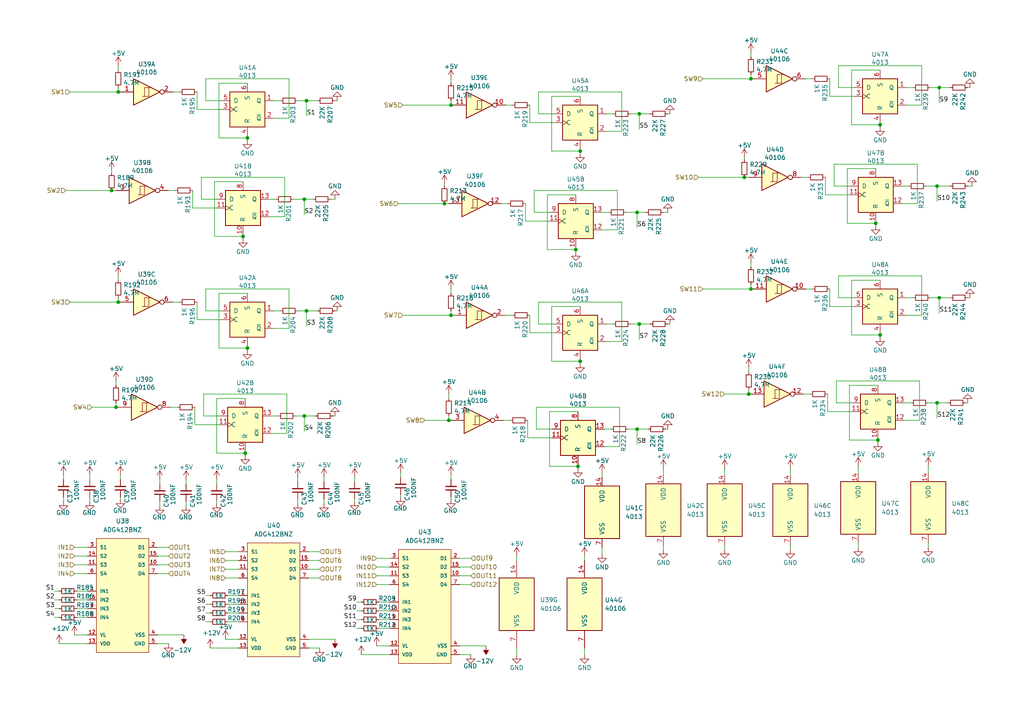
<source format=kicad_sch>
(kicad_sch (version 20231120) (generator "eeschema") (generator_version "8.0")
  (paper "A4")
  (lib_symbols
    (symbol "4xxx:40106" (pin_names (offset 1.016))
      (property "Reference" "U" (at 0 1.27 0))
      (property "Value" "40106" (at 0 -1.27 0))
      (symbol "40106_1_0"
        (pin input line (at -7.62 0 0) (length 3.81) (name "~") (number "1"))
        (pin output inverted (at 7.62 0 180) (length 3.81) (name "~") (number "2"))
      )
      (symbol "40106_2_0"
        (pin input line (at -7.62 0 0) (length 3.81) (name "~") (number "3"))
        (pin output inverted (at 7.62 0 180) (length 3.81) (name "~") (number "4"))
      )
      (symbol "40106_3_0"
        (pin input line (at -7.62 0 0) (length 3.81) (name "~") (number "5"))
        (pin output inverted (at 7.62 0 180) (length 3.81) (name "~") (number "6"))
      )
      (symbol "40106_4_0"
        (pin output inverted (at 7.62 0 180) (length 3.81) (name "~") (number "8"))
        (pin input line (at -7.62 0 0) (length 3.81) (name "~") (number "9"))
      )
      (symbol "40106_5_0"
        (pin output inverted (at 7.62 0 180) (length 3.81) (name "~") (number "10"))
        (pin input line (at -7.62 0 0) (length 3.81) (name "~") (number "11"))
      )
      (symbol "40106_6_0"
        (pin output inverted (at 7.62 0 180) (length 3.81) (name "~") (number "12"))
        (pin input line (at -7.62 0 0) (length 3.81) (name "~") (number "13"))
      )
      (symbol "40106_7_0"
        (pin power_in line (at 0 12.7 270) (length 5.08) (name "VDD") (number "14"))
        (pin power_in line (at 0 -12.7 90) (length 5.08) (name "VSS") (number "7"))
      )
    )
    (symbol "4xxx:4013" (pin_names (offset 1.016))
      (property "Reference" "U" (at -7.62 8.89 0))
      (property "Value" "4013" (at -7.62 -8.89 0))
      (symbol "4013_1_1"
        (pin output line (at 7.62 2.54 180) (length 2.54) (name "Q") (number "1"))
        (pin output line (at 7.62 -2.54 180) (length 2.54) (name "~{Q}") (number "2"))
        (pin input clock (at -7.62 0 0) (length 2.54) (name "C") (number "3"))
        (pin input line (at 0 -7.62 90) (length 2.54) (name "R") (number "4"))
        (pin input line (at -7.62 2.54 0) (length 2.54) (name "D") (number "5"))
        (pin input line (at 0 7.62 270) (length 2.54) (name "S") (number "6"))
      )
      (symbol "4013_2_1"
        (pin input line (at 0 -7.62 90) (length 2.54) (name "R") (number "10"))
        (pin input clock (at -7.62 0 0) (length 2.54) (name "C") (number "11"))
        (pin output line (at 7.62 -2.54 180) (length 2.54) (name "~{Q}") (number "12"))
        (pin output line (at 7.62 2.54 180) (length 2.54) (name "Q") (number "13"))
        (pin input line (at 0 7.62 270) (length 2.54) (name "S") (number "8"))
        (pin input line (at -7.62 2.54 0) (length 2.54) (name "D") (number "9"))
      )
      (symbol "4013_3_0"
        (pin power_in line (at 0 10.16 270) (length 2.54) (name "VDD") (number "14"))
        (pin power_in line (at 0 -10.16 90) (length 2.54) (name "VSS") (number "7"))
      )
    )
    (symbol "Device:C_Small" (pin_numbers hide) (pin_names (offset 0.254) hide)
      (property "Reference" "C" (at 0.254 1.778 0))
      (property "Value" "C_Small" (at 0.254 -2.032 0))
      (symbol "C_Small_1_1"
        (pin passive line (at 0 2.54 270) (length 2.032) (name "~") (number "1"))
        (pin passive line (at 0 -2.54 90) (length 2.032) (name "~") (number "2"))
      )
    )
    (symbol "Device:R_Small" (pin_numbers hide) (pin_names (offset 0.254) hide)
      (property "Reference" "R" (at 0.762 0.508 0))
      (property "Value" "R_Small" (at 0.762 -1.016 0))
      (symbol "R_Small_1_1"
        (pin passive line (at 0 2.54 270) (length 0.762) (name "~") (number "1"))
        (pin passive line (at 0 -2.54 90) (length 0.762) (name "~") (number "2"))
      )
    )
    (symbol "eec:ADG412BNZ" (pin_names (offset 1.016))
      (property "Reference" "U" (at 0 5.08 0))
      (property "Value" "ADG412BNZ" (at 0 7.62 0))
      (symbol "ADG412BNZ_1_1"
        (pin input line (at 2.54 -12.7 0) (length 2.54) (name "IN1") (number "1"))
        (pin passive line (at 22.86 -5.08 180) (length 2.54) (name "D3") (number "10"))
        (pin passive line (at 2.54 -5.08 0) (length 2.54) (name "S3") (number "11"))
        (pin power_in line (at 2.54 -25.4 0) (length 2.54) (name "VL") (number "12"))
        (pin power_in line (at 2.54 -27.94 0) (length 2.54) (name "VDD") (number "13"))
        (pin passive line (at 2.54 -2.54 0) (length 2.54) (name "S2") (number "14"))
        (pin passive line (at 22.86 -2.54 180) (length 2.54) (name "D2") (number "15"))
        (pin input line (at 2.54 -15.24 0) (length 2.54) (name "IN2") (number "16"))
        (pin passive line (at 22.86 0 180) (length 2.54) (name "D1") (number "2"))
        (pin passive line (at 2.54 0 0) (length 2.54) (name "S1") (number "3"))
        (pin power_in line (at 22.86 -25.4 180) (length 2.54) (name "VSS") (number "4"))
        (pin power_in line (at 22.86 -27.94 180) (length 2.54) (name "GND") (number "5"))
        (pin passive line (at 2.54 -7.62 0) (length 2.54) (name "S4") (number "6"))
        (pin passive line (at 22.86 -7.62 180) (length 2.54) (name "D4") (number "7"))
        (pin input line (at 2.54 -20.32 0) (length 2.54) (name "IN4") (number "8"))
        (pin input line (at 2.54 -17.78 0) (length 2.54) (name "IN3") (number "9"))
      )
    )
    (symbol "power:+12V" (power) (pin_names (offset 0))
      (property "Value" "+12V" (at 0 3.556 0))
      (symbol "+12V_1_1"
        (pin power_in line (at 0 0 90) (length 0) hide (name "+12V") (number "1"))
      )
    )
    (symbol "power:+5V" (power) (pin_names (offset 0))
      (property "Value" "+5V" (at 0 3.556 0))
      (symbol "+5V_1_1"
        (pin power_in line (at 0 0 90) (length 0) hide (name "+5V") (number "1"))
      )
    )
    (symbol "power:-12V" (power) (pin_names (offset 0))
      (property "Value" "-12V" (at 0 3.81 0))
      (symbol "-12V_0_0"
        (pin power_in line (at 0 0 90) (length 0) hide (name "-12V") (number "1"))
      )
    )
    (symbol "power:GND" (power) (pin_names (offset 0))
      (property "Value" "GND" (at 0 -3.81 0))
      (symbol "GND_1_1"
        (pin power_in line (at 0 0 270) (length 0) hide (name "GND") (number "1"))
      )
    )
    (symbol "touch-rescue:GND-power-allcolours_analogue-rescue" (power) (pin_names (offset 0))
      (property "Value" "GND-power-allcolours_analogue-rescue" (at 0 -3.81 0))
      (symbol "GND-power-allcolours_analogue-rescue_1_1"
        (pin power_in line (at 0 0 270) (length 0) hide (name "GND") (number "1"))
      )
    )
  )
  (junction (at 88.265 57.785))
  (junction (at 184.785 61.595))
  (junction (at 168.275 43.815))
  (junction (at 167.64 135.255))
  (junction (at 34.29 26.67))
  (junction (at 255.27 97.155))
  (junction (at 88.265 120.65))
  (junction (at 167.005 72.39))
  (junction (at 255.27 36.195))
  (junction (at 33.655 118.11))
  (junction (at 130.175 121.92))
  (junction (at 168.275 104.775))
  (junction (at 272.415 25.4))
  (junction (at 71.755 40.005))
  (junction (at 34.29 87.63))
  (junction (at 272.415 86.36))
  (junction (at 130.81 30.48))
  (junction (at 254 64.77))
  (junction (at 184.785 124.46))
  (junction (at 271.78 53.975))
  (junction (at 71.755 100.965))
  (junction (at 185.42 33.02))
  (junction (at 88.9 29.21))
  (junction (at 254.635 127.635))
  (junction (at 217.805 83.82))
  (junction (at 128.905 59.055))
  (junction (at 271.78 116.84))
  (junction (at 70.485 68.58))
  (junction (at 217.805 22.86))
  (junction (at 217.17 114.3))
  (junction (at 130.81 91.44))
  (junction (at 32.385 55.245))
  (junction (at 71.12 131.445))
  (junction (at 215.9 51.435))
  (junction (at 185.42 93.98))
  (junction (at 88.9 90.17))
  (wire (pts (xy 192.405 158.115) (xy 192.405 159.385)))
  (wire (pts (xy 246.38 111.76) (xy 246.38 127.635)))
  (wire (pts (xy 22.225 179.07) (xy 25.4 179.07)))
  (wire (pts (xy 21.59 161.29) (xy 25.4 161.29)))
  (wire (pts (xy 148.59 30.48) (xy 146.685 30.48)))
  (wire (pts (xy 79.375 29.21) (xy 81.28 29.21)))
  (wire (pts (xy 202.565 51.435) (xy 215.9 51.435)))
  (wire (pts (xy 17.145 186.69) (xy 25.4 186.69)))
  (wire (pts (xy 62.23 52.705) (xy 62.23 68.58)))
  (wire (pts (xy 66.04 175.26) (xy 69.215 175.26)))
  (wire (pts (xy 116.205 143.51) (xy 116.205 144.145)))
  (wire (pts (xy 272.415 25.4) (xy 272.415 29.845)))
  (wire (pts (xy 65.405 162.56) (xy 69.215 162.56)))
  (wire (pts (xy 86.36 90.17) (xy 88.9 90.17)))
  (wire (pts (xy 262.89 86.36) (xy 264.795 86.36)))
  (wire (pts (xy 59.69 175.26) (xy 60.96 175.26)))
  (wire (pts (xy 88.9 90.17) (xy 88.9 94.615)))
  (wire (pts (xy 266.7 121.92) (xy 266.7 110.49)))
  (wire (pts (xy 18.415 137.795) (xy 18.415 139.065)))
  (wire (pts (xy 128.905 59.055) (xy 130.175 59.055)))
  (wire (pts (xy 185.42 33.02) (xy 188.595 33.02)))
  (wire (pts (xy 156.21 87.63) (xy 156.21 93.98)))
  (wire (pts (xy 88.9 90.17) (xy 92.075 90.17)))
  (wire (pts (xy 59.055 114.3) (xy 83.185 114.3)))
  (wire (pts (xy 215.9 45.72) (xy 215.9 46.355)))
  (wire (pts (xy 78.74 125.73) (xy 83.185 125.73)))
  (wire (pts (xy 254 64.77) (xy 254 65.405)))
  (wire (pts (xy 254 64.135) (xy 254 64.77)))
  (wire (pts (xy 262.255 121.92) (xy 266.7 121.92)))
  (wire (pts (xy 116.205 137.16) (xy 116.205 138.43)))
  (wire (pts (xy 239.395 51.435) (xy 239.395 56.515)))
  (wire (pts (xy 152.4 64.135) (xy 159.385 64.135)))
  (wire (pts (xy 262.89 25.4) (xy 264.795 25.4)))
  (wire (pts (xy 45.72 166.37) (xy 48.895 166.37)))
  (wire (pts (xy 63.5 85.09) (xy 71.755 85.09)))
  (wire (pts (xy 130.175 120.65) (xy 130.175 121.92)))
  (wire (pts (xy 271.78 116.84) (xy 274.955 116.84)))
  (wire (pts (xy 58.42 57.785) (xy 62.865 57.785)))
  (wire (pts (xy 66.04 172.72) (xy 69.215 172.72)))
  (wire (pts (xy 229.235 135.89) (xy 229.235 137.795)))
  (wire (pts (xy 20.32 26.67) (xy 34.29 26.67)))
  (wire (pts (xy 128.905 53.34) (xy 128.905 53.975)))
  (wire (pts (xy 51.435 118.11) (xy 49.53 118.11)))
  (wire (pts (xy 235.585 83.82) (xy 233.68 83.82)))
  (wire (pts (xy 241.935 53.975) (xy 246.38 53.975)))
  (wire (pts (xy 156.21 33.02) (xy 160.655 33.02)))
  (wire (pts (xy 240.03 119.38) (xy 247.015 119.38)))
  (wire (pts (xy 262.89 30.48) (xy 267.335 30.48)))
  (wire (pts (xy 85.725 120.65) (xy 88.265 120.65)))
  (wire (pts (xy 130.81 30.48) (xy 131.445 30.48)))
  (wire (pts (xy 45.72 161.29) (xy 48.895 161.29)))
  (wire (pts (xy 203.835 83.82) (xy 217.805 83.82)))
  (wire (pts (xy 103.505 177.165) (xy 104.775 177.165)))
  (wire (pts (xy 88.9 29.21) (xy 92.075 29.21)))
  (wire (pts (xy 115.57 59.055) (xy 128.905 59.055)))
  (wire (pts (xy 55.88 60.325) (xy 62.865 60.325)))
  (wire (pts (xy 254.635 127) (xy 254.635 127.635)))
  (wire (pts (xy 158.75 56.515) (xy 158.75 72.39)))
  (wire (pts (xy 89.535 165.1) (xy 92.71 165.1)))
  (wire (pts (xy 243.205 19.05) (xy 267.335 19.05)))
  (wire (pts (xy 59.055 120.65) (xy 63.5 120.65)))
  (wire (pts (xy 153.67 35.56) (xy 160.655 35.56)))
  (wire (pts (xy 34.925 144.145) (xy 34.925 144.78)))
  (wire (pts (xy 109.855 179.705) (xy 113.03 179.705)))
  (wire (pts (xy 109.855 174.625) (xy 113.03 174.625)))
  (wire (pts (xy 88.265 57.785) (xy 88.265 62.23)))
  (wire (pts (xy 34.29 86.36) (xy 34.29 87.63)))
  (wire (pts (xy 78.105 62.865) (xy 82.55 62.865)))
  (wire (pts (xy 245.745 48.895) (xy 254 48.895)))
  (wire (pts (xy 66.04 177.8) (xy 69.215 177.8)))
  (wire (pts (xy 247.015 81.28) (xy 247.015 97.155)))
  (wire (pts (xy 261.62 59.055) (xy 266.065 59.055)))
  (wire (pts (xy 70.485 67.945) (xy 70.485 68.58)))
  (wire (pts (xy 247.015 20.32) (xy 255.27 20.32)))
  (wire (pts (xy 182.88 33.02) (xy 185.42 33.02)))
  (wire (pts (xy 242.57 110.49) (xy 266.7 110.49)))
  (wire (pts (xy 33.655 110.49) (xy 33.655 111.76)))
  (wire (pts (xy 102.87 144.78) (xy 102.87 145.415)))
  (wire (pts (xy 184.785 124.46) (xy 187.96 124.46)))
  (wire (pts (xy 255.27 35.56) (xy 255.27 36.195)))
  (wire (pts (xy 153.035 127) (xy 160.02 127)))
  (wire (pts (xy 20.32 87.63) (xy 34.29 87.63)))
  (wire (pts (xy 217.805 76.2) (xy 217.805 77.47)))
  (wire (pts (xy 193.675 33.02) (xy 194.31 33.02)))
  (wire (pts (xy 63.5 24.13) (xy 63.5 40.005)))
  (wire (pts (xy 45.72 163.83) (xy 48.895 163.83)))
  (wire (pts (xy 243.205 19.05) (xy 243.205 25.4)))
  (wire (pts (xy 57.15 92.71) (xy 64.135 92.71)))
  (wire (pts (xy 153.67 30.48) (xy 153.67 35.56)))
  (wire (pts (xy 130.81 90.17) (xy 130.81 91.44)))
  (wire (pts (xy 95.885 57.785) (xy 97.155 57.785)))
  (wire (pts (xy 33.655 118.11) (xy 34.29 118.11)))
  (wire (pts (xy 210.185 135.89) (xy 210.185 137.795)))
  (wire (pts (xy 34.29 87.63) (xy 34.925 87.63)))
  (wire (pts (xy 59.69 180.34) (xy 60.96 180.34)))
  (wire (pts (xy 175.895 93.98) (xy 177.8 93.98)))
  (wire (pts (xy 130.81 144.145) (xy 130.81 144.78)))
  (wire (pts (xy 159.385 135.255) (xy 167.64 135.255)))
  (wire (pts (xy 65.405 167.64) (xy 69.215 167.64)))
  (wire (pts (xy 55.88 55.245) (xy 55.88 60.325)))
  (wire (pts (xy 34.29 19.05) (xy 34.29 20.32)))
  (wire (pts (xy 109.855 177.165) (xy 113.03 177.165)))
  (wire (pts (xy 185.42 33.02) (xy 185.42 37.465)))
  (wire (pts (xy 62.865 115.57) (xy 71.12 115.57)))
  (wire (pts (xy 88.265 57.785) (xy 90.805 57.785)))
  (wire (pts (xy 88.265 120.65) (xy 91.44 120.65)))
  (wire (pts (xy 217.17 114.3) (xy 217.805 114.3)))
  (wire (pts (xy 184.785 61.595) (xy 187.325 61.595)))
  (wire (pts (xy 215.9 51.435) (xy 217.17 51.435)))
  (wire (pts (xy 239.395 56.515) (xy 246.38 56.515)))
  (wire (pts (xy 45.72 184.15) (xy 53.34 184.15)))
  (wire (pts (xy 149.86 187.96) (xy 149.86 189.865)))
  (wire (pts (xy 175.895 38.1) (xy 180.34 38.1)))
  (wire (pts (xy 123.19 121.92) (xy 130.175 121.92)))
  (wire (pts (xy 240.03 114.3) (xy 240.03 119.38)))
  (wire (pts (xy 180.34 38.1) (xy 180.34 26.67)))
  (wire (pts (xy 160.02 43.815) (xy 168.275 43.815)))
  (wire (pts (xy 280.035 116.84) (xy 280.67 116.84)))
  (wire (pts (xy 58.42 51.435) (xy 82.55 51.435)))
  (wire (pts (xy 59.69 83.82) (xy 59.69 90.17)))
  (wire (pts (xy 242.57 116.84) (xy 247.015 116.84)))
  (wire (pts (xy 174.625 137.16) (xy 174.625 138.43)))
  (wire (pts (xy 56.515 123.19) (xy 63.5 123.19)))
  (wire (pts (xy 267.335 91.44) (xy 267.335 80.01)))
  (wire (pts (xy 240.665 22.86) (xy 240.665 27.94)))
  (wire (pts (xy 109.855 182.245) (xy 113.03 182.245)))
  (wire (pts (xy 109.22 161.925) (xy 113.03 161.925)))
  (wire (pts (xy 167.005 72.39) (xy 167.005 73.025)))
  (wire (pts (xy 88.9 29.21) (xy 88.9 33.655)))
  (wire (pts (xy 133.35 169.545) (xy 136.525 169.545)))
  (wire (pts (xy 241.935 47.625) (xy 266.065 47.625)))
  (wire (pts (xy 148.59 91.44) (xy 146.685 91.44)))
  (wire (pts (xy 271.78 53.975) (xy 275.59 53.975)))
  (wire (pts (xy 254.635 127.635) (xy 254.635 128.27)))
  (wire (pts (xy 269.24 157.48) (xy 269.24 158.75)))
  (wire (pts (xy 240.665 88.9) (xy 247.65 88.9)))
  (wire (pts (xy 246.38 127.635) (xy 254.635 127.635)))
  (wire (pts (xy 52.07 87.63) (xy 50.165 87.63)))
  (wire (pts (xy 185.42 93.98) (xy 188.595 93.98)))
  (wire (pts (xy 57.15 87.63) (xy 57.15 92.71)))
  (wire (pts (xy 62.865 139.065) (xy 62.865 140.335)))
  (wire (pts (xy 32.385 49.53) (xy 32.385 50.165)))
  (wire (pts (xy 133.35 164.465) (xy 136.525 164.465)))
  (wire (pts (xy 169.545 187.96) (xy 169.545 189.865)))
  (wire (pts (xy 130.81 91.44) (xy 131.445 91.44)))
  (wire (pts (xy 203.835 22.86) (xy 217.805 22.86)))
  (wire (pts (xy 155.575 118.11) (xy 155.575 124.46)))
  (wire (pts (xy 70.485 68.58) (xy 70.485 69.215)))
  (wire (pts (xy 82.55 62.865) (xy 82.55 51.435)))
  (wire (pts (xy 86.36 138.43) (xy 86.36 139.7)))
  (wire (pts (xy 86.36 29.21) (xy 88.9 29.21)))
  (wire (pts (xy 246.38 111.76) (xy 254.635 111.76)))
  (wire (pts (xy 26.035 137.795) (xy 26.035 139.065)))
  (wire (pts (xy 243.205 80.01) (xy 243.205 86.36)))
  (wire (pts (xy 130.175 114.3) (xy 130.175 115.57)))
  (wire (pts (xy 83.82 95.25) (xy 83.82 83.82)))
  (wire (pts (xy 156.21 26.67) (xy 156.21 33.02)))
  (wire (pts (xy 180.34 99.06) (xy 180.34 87.63)))
  (wire (pts (xy 102.87 138.43) (xy 102.87 139.7)))
  (wire (pts (xy 45.72 158.75) (xy 48.895 158.75)))
  (wire (pts (xy 175.895 33.02) (xy 177.8 33.02)))
  (wire (pts (xy 79.375 95.25) (xy 83.82 95.25)))
  (wire (pts (xy 130.81 83.82) (xy 130.81 85.09)))
  (wire (pts (xy 63.5 24.13) (xy 71.755 24.13)))
  (wire (pts (xy 192.405 135.89) (xy 192.405 137.795)))
  (wire (pts (xy 133.35 187.325) (xy 140.97 187.325)))
  (wire (pts (xy 168.275 104.775) (xy 168.275 105.41)))
  (wire (pts (xy 71.755 100.33) (xy 71.755 100.965)))
  (wire (pts (xy 88.265 120.65) (xy 88.265 125.095)))
  (wire (pts (xy 71.755 39.37) (xy 71.755 40.005)))
  (wire (pts (xy 71.12 131.445) (xy 71.12 132.08)))
  (wire (pts (xy 160.02 27.94) (xy 160.02 43.815)))
  (wire (pts (xy 79.375 34.29) (xy 83.82 34.29)))
  (wire (pts (xy 192.405 61.595) (xy 193.675 61.595)))
  (wire (pts (xy 32.385 55.245) (xy 33.655 55.245)))
  (wire (pts (xy 217.805 22.86) (xy 218.44 22.86)))
  (wire (pts (xy 247.015 20.32) (xy 247.015 36.195)))
  (wire (pts (xy 280.67 53.975) (xy 281.94 53.975)))
  (wire (pts (xy 149.86 161.29) (xy 149.86 162.56)))
  (wire (pts (xy 65.405 165.1) (xy 69.215 165.1)))
  (wire (pts (xy 248.92 157.48) (xy 248.92 158.75)))
  (wire (pts (xy 116.84 30.48) (xy 130.81 30.48)))
  (wire (pts (xy 182.88 93.98) (xy 185.42 93.98)))
  (wire (pts (xy 19.05 55.245) (xy 32.385 55.245)))
  (wire (pts (xy 109.22 169.545) (xy 113.03 169.545)))
  (wire (pts (xy 167.64 135.255) (xy 167.64 135.89)))
  (wire (pts (xy 160.02 88.9) (xy 160.02 104.775)))
  (wire (pts (xy 85.09 57.785) (xy 88.265 57.785)))
  (wire (pts (xy 15.875 176.53) (xy 17.145 176.53)))
  (wire (pts (xy 71.755 40.005) (xy 71.755 40.64)))
  (wire (pts (xy 174.625 61.595) (xy 176.53 61.595)))
  (wire (pts (xy 160.02 104.775) (xy 168.275 104.775)))
  (wire (pts (xy 63.5 85.09) (xy 63.5 100.965)))
  (wire (pts (xy 104.775 189.865) (xy 113.03 189.865)))
  (wire (pts (xy 210.185 158.115) (xy 210.185 159.385)))
  (wire (pts (xy 156.21 26.67) (xy 180.34 26.67)))
  (wire (pts (xy 247.015 97.155) (xy 255.27 97.155)))
  (wire (pts (xy 153.67 96.52) (xy 160.655 96.52)))
  (wire (pts (xy 185.42 93.98) (xy 185.42 98.425)))
  (wire (pts (xy 93.98 144.78) (xy 93.98 146.05)))
  (wire (pts (xy 78.105 57.785) (xy 80.01 57.785)))
  (wire (pts (xy 52.07 26.67) (xy 50.165 26.67)))
  (wire (pts (xy 242.57 110.49) (xy 242.57 116.84)))
  (wire (pts (xy 269.24 116.84) (xy 271.78 116.84)))
  (wire (pts (xy 45.72 186.69) (xy 48.895 186.69)))
  (wire (pts (xy 22.225 171.45) (xy 25.4 171.45)))
  (wire (pts (xy 109.22 187.325) (xy 113.03 187.325)))
  (wire (pts (xy 229.235 158.115) (xy 229.235 159.385)))
  (wire (pts (xy 268.605 53.975) (xy 271.78 53.975)))
  (wire (pts (xy 179.705 129.54) (xy 179.705 118.11)))
  (wire (pts (xy 160.02 27.94) (xy 168.275 27.94)))
  (wire (pts (xy 97.155 29.21) (xy 97.79 29.21)))
  (wire (pts (xy 217.805 83.82) (xy 218.44 83.82)))
  (wire (pts (xy 262.255 116.84) (xy 264.16 116.84)))
  (wire (pts (xy 241.935 47.625) (xy 241.935 53.975)))
  (wire (pts (xy 93.98 138.43) (xy 93.98 139.7)))
  (wire (pts (xy 78.74 120.65) (xy 80.645 120.65)))
  (wire (pts (xy 147.955 121.92) (xy 146.05 121.92)))
  (wire (pts (xy 83.82 34.29) (xy 83.82 22.86)))
  (wire (pts (xy 34.29 80.01) (xy 34.29 81.28)))
  (wire (pts (xy 57.15 26.67) (xy 57.15 31.75)))
  (wire (pts (xy 63.5 40.005) (xy 71.755 40.005)))
  (wire (pts (xy 181.61 61.595) (xy 184.785 61.595)))
  (wire (pts (xy 245.745 48.895) (xy 245.745 64.77)))
  (wire (pts (xy 56.515 118.11) (xy 56.515 123.19)))
  (wire (pts (xy 21.59 184.15) (xy 25.4 184.15)))
  (wire (pts (xy 167.64 134.62) (xy 167.64 135.255)))
  (wire (pts (xy 272.415 25.4) (xy 275.59 25.4)))
  (wire (pts (xy 15.875 179.07) (xy 17.145 179.07)))
  (wire (pts (xy 152.4 59.055) (xy 152.4 64.135)))
  (wire (pts (xy 217.805 82.55) (xy 217.805 83.82)))
  (wire (pts (xy 240.665 83.82) (xy 240.665 88.9)))
  (wire (pts (xy 89.535 187.96) (xy 92.71 187.96)))
  (wire (pts (xy 89.535 162.56) (xy 92.71 162.56)))
  (wire (pts (xy 168.275 43.18) (xy 168.275 43.815)))
  (wire (pts (xy 59.69 90.17) (xy 64.135 90.17)))
  (wire (pts (xy 147.32 59.055) (xy 145.415 59.055)))
  (wire (pts (xy 154.94 55.245) (xy 154.94 61.595)))
  (wire (pts (xy 174.625 158.75) (xy 174.625 160.655)))
  (wire (pts (xy 59.69 22.86) (xy 59.69 29.21)))
  (wire (pts (xy 193.04 124.46) (xy 193.675 124.46)))
  (wire (pts (xy 130.81 29.21) (xy 130.81 30.48)))
  (wire (pts (xy 154.94 55.245) (xy 179.07 55.245)))
  (wire (pts (xy 247.015 81.28) (xy 255.27 81.28)))
  (wire (pts (xy 57.15 31.75) (xy 64.135 31.75)))
  (wire (pts (xy 271.78 116.84) (xy 271.78 121.285)))
  (wire (pts (xy 234.315 51.435) (xy 232.41 51.435)))
  (wire (pts (xy 217.17 113.03) (xy 217.17 114.3)))
  (wire (pts (xy 168.275 104.14) (xy 168.275 104.775)))
  (wire (pts (xy 269.875 86.36) (xy 272.415 86.36)))
  (wire (pts (xy 97.155 90.17) (xy 97.79 90.17)))
  (wire (pts (xy 109.22 167.005) (xy 113.03 167.005)))
  (wire (pts (xy 96.52 120.65) (xy 97.155 120.65)))
  (wire (pts (xy 60.96 187.96) (xy 69.215 187.96)))
  (wire (pts (xy 59.69 22.86) (xy 83.82 22.86)))
  (wire (pts (xy 272.415 86.36) (xy 275.59 86.36)))
  (wire (pts (xy 116.84 91.44) (xy 130.81 91.44)))
  (wire (pts (xy 59.055 114.3) (xy 59.055 120.65)))
  (wire (pts (xy 167.005 71.755) (xy 167.005 72.39)))
  (wire (pts (xy 153.67 91.44) (xy 153.67 96.52)))
  (wire (pts (xy 235.585 22.86) (xy 233.68 22.86)))
  (wire (pts (xy 156.21 93.98) (xy 160.655 93.98)))
  (wire (pts (xy 182.245 124.46) (xy 184.785 124.46)))
  (wire (pts (xy 272.415 86.36) (xy 272.415 90.805)))
  (wire (pts (xy 158.75 72.39) (xy 167.005 72.39)))
  (wire (pts (xy 160.02 88.9) (xy 168.275 88.9)))
  (wire (pts (xy 71.755 100.965) (xy 71.755 101.6)))
  (wire (pts (xy 247.015 36.195) (xy 255.27 36.195)))
  (wire (pts (xy 269.875 25.4) (xy 272.415 25.4)))
  (wire (pts (xy 21.59 158.75) (xy 25.4 158.75)))
  (wire (pts (xy 267.335 30.48) (xy 267.335 19.05)))
  (wire (pts (xy 63.5 100.965) (xy 71.755 100.965)))
  (wire (pts (xy 243.205 25.4) (xy 247.65 25.4)))
  (wire (pts (xy 65.405 160.02) (xy 69.215 160.02)))
  (wire (pts (xy 280.67 25.4) (xy 281.305 25.4)))
  (wire (pts (xy 21.59 166.37) (xy 25.4 166.37)))
  (wire (pts (xy 103.505 174.625) (xy 104.775 174.625)))
  (wire (pts (xy 261.62 53.975) (xy 263.525 53.975)))
  (wire (pts (xy 262.89 91.44) (xy 267.335 91.44)))
  (wire (pts (xy 133.35 161.925) (xy 136.525 161.925)))
  (wire (pts (xy 255.27 36.195) (xy 255.27 36.83)))
  (wire (pts (xy 217.17 106.68) (xy 217.17 107.95)))
  (wire (pts (xy 243.205 80.01) (xy 267.335 80.01)))
  (wire (pts (xy 59.69 172.72) (xy 60.96 172.72)))
  (wire (pts (xy 217.805 21.59) (xy 217.805 22.86)))
  (wire (pts (xy 155.575 118.11) (xy 179.705 118.11)))
  (wire (pts (xy 62.865 115.57) (xy 62.865 131.445)))
  (wire (pts (xy 18.415 144.145) (xy 18.415 145.415)))
  (wire (pts (xy 255.27 97.155) (xy 255.27 97.79)))
  (wire (pts (xy 130.175 121.92) (xy 130.81 121.92)))
  (wire (pts (xy 62.23 68.58) (xy 70.485 68.58)))
  (wire (pts (xy 155.575 124.46) (xy 160.02 124.46)))
  (wire (pts (xy 59.69 83.82) (xy 83.82 83.82)))
  (wire (pts (xy 86.36 144.78) (xy 86.36 146.05)))
  (wire (pts (xy 184.785 124.46) (xy 184.785 128.905)))
  (wire (pts (xy 130.81 137.795) (xy 130.81 139.065)))
  (wire (pts (xy 89.535 185.42) (xy 97.155 185.42)))
  (wire (pts (xy 103.505 182.245) (xy 104.775 182.245)))
  (wire (pts (xy 66.04 180.34) (xy 69.215 180.34)))
  (wire (pts (xy 21.59 163.83) (xy 25.4 163.83)))
  (wire (pts (xy 169.545 161.29) (xy 169.545 162.56)))
  (wire (pts (xy 109.22 164.465) (xy 113.03 164.465)))
  (wire (pts (xy 79.375 90.17) (xy 81.28 90.17)))
  (wire (pts (xy 26.035 144.145) (xy 26.035 145.415)))
  (wire (pts (xy 280.67 86.36) (xy 281.305 86.36)))
  (wire (pts (xy 245.745 64.77) (xy 254 64.77)))
  (wire (pts (xy 269.24 135.255) (xy 269.24 137.16)))
  (wire (pts (xy 159.385 119.38) (xy 167.64 119.38)))
  (wire (pts (xy 266.065 59.055) (xy 266.065 47.625)))
  (wire (pts (xy 153.035 121.92) (xy 153.035 127)))
  (wire (pts (xy 34.29 26.67) (xy 34.925 26.67)))
  (wire (pts (xy 62.865 145.415) (xy 62.865 146.05)))
  (wire (pts (xy 53.975 145.415) (xy 53.975 146.685)))
  (wire (pts (xy 46.355 145.415) (xy 46.355 146.685)))
  (wire (pts (xy 58.42 51.435) (xy 58.42 57.785)))
  (wire (pts (xy 103.505 179.705) (xy 104.775 179.705)))
  (wire (pts (xy 22.225 176.53) (xy 25.4 176.53)))
  (wire (pts (xy 234.95 114.3) (xy 233.045 114.3)))
  (wire (pts (xy 158.75 56.515) (xy 167.005 56.515)))
  (wire (pts (xy 248.92 135.255) (xy 248.92 137.16)))
  (wire (pts (xy 46.355 139.065) (xy 46.355 140.335)))
  (wire (pts (xy 174.625 66.675) (xy 179.07 66.675)))
  (wire (pts (xy 53.975 139.065) (xy 53.975 140.335)))
  (wire (pts (xy 22.225 173.99) (xy 25.4 173.99)))
  (wire (pts (xy 33.655 116.84) (xy 33.655 118.11)))
  (wire (pts (xy 175.26 124.46) (xy 177.165 124.46)))
  (wire (pts (xy 34.925 137.795) (xy 34.925 139.065)))
  (wire (pts (xy 62.23 52.705) (xy 70.485 52.705)))
  (wire (pts (xy 154.94 61.595) (xy 159.385 61.595)))
  (wire (pts (xy 168.275 43.815) (xy 168.275 44.45)))
  (wire (pts (xy 34.29 25.4) (xy 34.29 26.67)))
  (wire (pts (xy 83.185 125.73) (xy 83.185 114.3)))
  (wire (pts (xy 159.385 119.38) (xy 159.385 135.255)))
  (wire (pts (xy 65.405 185.42) (xy 69.215 185.42)))
  (wire (pts (xy 271.78 53.975) (xy 271.78 58.42)))
  (wire (pts (xy 26.67 118.11) (xy 33.655 118.11)))
  (wire (pts (xy 59.69 29.21) (xy 64.135 29.21)))
  (wire (pts (xy 62.865 131.445) (xy 71.12 131.445)))
  (wire (pts (xy 184.785 61.595) (xy 184.785 66.04)))
  (wire (pts (xy 240.665 27.94) (xy 247.65 27.94)))
  (wire (pts (xy 217.805 15.24) (xy 217.805 16.51)))
  (wire (pts (xy 243.205 86.36) (xy 247.65 86.36)))
  (wire (pts (xy 50.8 55.245) (xy 48.895 55.245)))
  (wire (pts (xy 133.35 189.865) (xy 136.525 189.865)))
  (wire (pts (xy 59.69 177.8) (xy 60.96 177.8)))
  (wire (pts (xy 89.535 167.64) (xy 92.71 167.64)))
  (wire (pts (xy 175.26 129.54) (xy 179.705 129.54)))
  (wire (pts (xy 255.27 96.52) (xy 255.27 97.155)))
  (wire (pts (xy 193.675 93.98) (xy 194.31 93.98)))
  (wire (pts (xy 175.895 99.06) (xy 180.34 99.06)))
  (wire (pts (xy 71.12 130.81) (xy 71.12 131.445)))
  (wire (pts (xy 89.535 160.02) (xy 92.71 160.02)))
  (wire (pts (xy 15.875 173.99) (xy 17.145 173.99)))
  (wire (pts (xy 133.35 167.005) (xy 136.525 167.005)))
  (wire (pts (xy 130.81 22.86) (xy 130.81 24.13)))
  (wire (pts (xy 210.185 114.3) (xy 217.17 114.3)))
  (wire (pts (xy 15.875 171.45) (xy 17.145 171.45)))
  (wire (pts (xy 179.07 66.675) (xy 179.07 55.245)))
  (wire (pts (xy 156.21 87.63) (xy 180.34 87.63)))
  (label "S4" (at 15.875 179.07 180))
  (label "S12" (at 103.505 182.245 180))
  (label "S2" (at 15.875 173.99 180))
  (label "S11" (at 103.505 179.705 180))
  (label "S9" (at 103.505 174.625 180))
  (label "S11" (at 272.415 90.805 0))
  (label "S1" (at 88.9 33.655 0))
  (label "S5" (at 185.42 37.465 0))
  (label "S6" (at 59.69 175.26 180))
  (label "S4" (at 88.265 125.095 0))
  (label "S2" (at 88.265 62.23 0))
  (label "S9" (at 272.415 29.845 0))
  (label "S5" (at 59.69 172.72 180))
  (label "S6" (at 184.785 66.04 0))
  (label "S12" (at 271.78 121.285 0))
  (label "S3" (at 88.9 94.615 0))
  (label "S7" (at 185.42 98.425 0))
  (label "S7" (at 59.69 177.8 180))
  (label "S3" (at 15.875 176.53 180))
  (label "S8" (at 184.785 128.905 0))
  (label "S8" (at 59.69 180.34 180))
  (label "S1" (at 15.875 171.45 180))
  (label "S10" (at 271.78 58.42 0))
  (label "S10" (at 103.505 177.165 180))
  (hierarchical_label "SW10" (shape input) (at 202.565 51.435 180))
  (hierarchical_label "IN11" (shape input) (at 109.22 167.005 180))
  (hierarchical_label "IN10" (shape input) (at 109.22 164.465 180))
  (hierarchical_label "OUT3" (shape input) (at 48.895 163.83 0))
  (hierarchical_label "SW11" (shape input) (at 203.835 83.82 180))
  (hierarchical_label "SW3" (shape input) (at 20.32 87.63 180))
  (hierarchical_label "IN4" (shape input) (at 21.59 166.37 180))
  (hierarchical_label "OUT4" (shape input) (at 48.895 166.37 0))
  (hierarchical_label "OUT7" (shape input) (at 92.71 165.1 0))
  (hierarchical_label "SW4" (shape input) (at 26.67 118.11 180))
  (hierarchical_label "OUT10" (shape input) (at 136.525 164.465 0))
  (hierarchical_label "OUT2" (shape input) (at 48.895 161.29 0))
  (hierarchical_label "OUT11" (shape input) (at 136.525 167.005 0))
  (hierarchical_label "IN7" (shape input) (at 65.405 165.1 180))
  (hierarchical_label "IN5" (shape input) (at 65.405 160.02 180))
  (hierarchical_label "SW12" (shape input) (at 210.185 114.3 180))
  (hierarchical_label "OUT1" (shape input) (at 48.895 158.75 0))
  (hierarchical_label "OUT5" (shape input) (at 92.71 160.02 0))
  (hierarchical_label "SW6" (shape input) (at 115.57 59.055 180))
  (hierarchical_label "IN1" (shape input) (at 21.59 158.75 180))
  (hierarchical_label "SW5" (shape input) (at 116.84 30.48 180))
  (hierarchical_label "OUT8" (shape input) (at 92.71 167.64 0))
  (hierarchical_label "SW9" (shape input) (at 203.835 22.86 180))
  (hierarchical_label "IN9" (shape input) (at 109.22 161.925 180))
  (hierarchical_label "OUT12" (shape input) (at 136.525 169.545 0))
  (hierarchical_label "IN3" (shape input) (at 21.59 163.83 180))
  (hierarchical_label "SW7" (shape input) (at 116.84 91.44 180))
  (hierarchical_label "SW1" (shape input) (at 20.32 26.67 180))
  (hierarchical_label "IN6" (shape input) (at 65.405 162.56 180))
  (hierarchical_label "SW2" (shape input) (at 19.05 55.245 180))
  (hierarchical_label "IN2" (shape input) (at 21.59 161.29 180))
  (hierarchical_label "OUT9" (shape input) (at 136.525 161.925 0))
  (hierarchical_label "SW8" (shape input) (at 123.19 121.92 180))
  (hierarchical_label "IN8" (shape input) (at 65.405 167.64 180))
  (hierarchical_label "IN12" (shape input) (at 109.22 169.545 180))
  (hierarchical_label "OUT6" (shape input) (at 92.71 162.56 0))
  (symbol (lib_id "Device:R_Small") (at 93.98 120.65 270) (unit 1)
    (property "Reference" "R206" (at 95.1484 122.1486 0) (effects (justify left)))
    (property "Value" "22K" (at 92.837 122.1486 0) (effects (justify left)))
    (property "Footprint" "Resistor_SMD:R_0805_2012Metric" (effects (hide yes)))
    (instances (project "touch_toggle_latest_ADG" (path "" (reference "R206") (unit 1)) (path "" (reference "R22") (unit 1)) (path "" (reference "R86") (unit 1)) (path "" (reference "R146") (unit 1))))
  )
  (symbol (lib_id "touch-rescue:GND-power-allcolours_analogue-rescue") (at 229.235 159.385 0) (unit 1)
    (property "Reference" "#PWR0360" (effects (hide yes)))
    (property "Value" "GND" (at 229.235 163.195 0))
    (instances (project "touch_toggle_latest_ADG" (path "" (reference "#PWR0360") (unit 1)) (path "" (reference "#PWR096") (unit 1)) (path "" (reference "#PWR0196") (unit 1)) (path "" (reference "#PWR0278") (unit 1))))
  )
  (symbol (lib_id "power:GND") (at 62.865 146.05 0) (unit 1)
    (property "Reference" "#PWR0311" (effects (hide yes)))
    (property "Value" "GND" (at 62.738 149.352 0))
    (instances (project "touch_toggle_latest_ADG" (path "" (reference "#PWR0311") (unit 1)) (path "" (reference "#PWR047") (unit 1)) (path "" (reference "#PWR0147") (unit 1)) (path "" (reference "#PWR0229") (unit 1))))
  )
  (symbol (lib_id "Device:C_Small") (at 102.87 142.24 180) (unit 1)
    (property "Reference" "C45" (at 104.775 144.653 90))
    (property "Value" "100NF" (at 106.68 142.748 90))
    (property "Footprint" "Capacitor_SMD:C_0805_2012Metric" (effects (hide yes)))
    (instances (project "touch_toggle_latest_ADG" (path "" (reference "C45") (unit 1)) (path "" (reference "C16") (unit 1)) (path "" (reference "C27") (unit 1)) (path "" (reference "C36") (unit 1))))
  )
  (symbol (lib_id "Device:R_Small") (at 267.335 86.36 270) (unit 1)
    (property "Reference" "R240" (at 268.5034 87.8586 0) (effects (justify left)))
    (property "Value" "1K" (at 266.192 87.8586 0) (effects (justify left)))
    (property "Footprint" "Resistor_SMD:R_0805_2012Metric" (effects (hide yes)))
    (instances (project "touch_toggle_latest_ADG" (path "" (reference "R240") (unit 1)) (path "" (reference "R56") (unit 1)) (path "" (reference "R120") (unit 1)) (path "" (reference "R180") (unit 1))))
  )
  (symbol (lib_id "touch-rescue:GND-power-allcolours_analogue-rescue") (at 254.635 128.27 0) (unit 1)
    (property "Reference" "#PWR0364" (effects (hide yes)))
    (property "Value" "GND" (at 254.635 132.08 0))
    (instances (project "touch_toggle_latest_ADG" (path "" (reference "#PWR0364") (unit 1)) (path "" (reference "#PWR0100") (unit 1)) (path "" (reference "#PWR0200") (unit 1)) (path "" (reference "#PWR0282") (unit 1))))
  )
  (symbol (lib_id "power:GND") (at 48.895 186.69 0) (unit 1)
    (property "Reference" "#PWR0305" (effects (hide yes)))
    (property "Value" "GND" (at 48.768 189.992 0))
    (instances (project "touch_toggle_latest_ADG" (path "" (reference "#PWR0305") (unit 1)) (path "" (reference "#PWR041") (unit 1)) (path "" (reference "#PWR0141") (unit 1)) (path "" (reference "#PWR0223") (unit 1))))
  )
  (symbol (lib_id "Device:R_Small") (at 130.81 26.67 0) (unit 1)
    (property "Reference" "R215" (at 132.3086 25.5016 0) (effects (justify left)))
    (property "Value" "4.7M" (at 132.3086 27.813 0) (effects (justify left)))
    (property "Footprint" "Resistor_SMD:R_0805_2012Metric" (effects (hide yes)))
    (instances (project "touch_toggle_latest_ADG" (path "" (reference "R215") (unit 1)) (path "" (reference "R31") (unit 1)) (path "" (reference "R95") (unit 1)) (path "" (reference "R155") (unit 1))))
  )
  (symbol (lib_id "Device:R_Small") (at 130.175 118.11 0) (unit 1)
    (property "Reference" "R214" (at 131.6736 116.9416 0) (effects (justify left)))
    (property "Value" "4.7M" (at 131.6736 119.253 0) (effects (justify left)))
    (property "Footprint" "Resistor_SMD:R_0805_2012Metric" (effects (hide yes)))
    (instances (project "touch_toggle_latest_ADG" (path "" (reference "R214") (unit 1)) (path "" (reference "R30") (unit 1)) (path "" (reference "R94") (unit 1)) (path "" (reference "R154") (unit 1))))
  )
  (symbol (lib_id "touch-rescue:GND-power-allcolours_analogue-rescue") (at 71.755 101.6 0) (unit 1)
    (property "Reference" "#PWR0316" (effects (hide yes)))
    (property "Value" "GND" (at 71.755 105.41 0))
    (instances (project "touch_toggle_latest_ADG" (path "" (reference "#PWR0316") (unit 1)) (path "" (reference "#PWR052") (unit 1)) (path "" (reference "#PWR0152") (unit 1)) (path "" (reference "#PWR0234") (unit 1))))
  )
  (symbol (lib_id "4xxx:4013") (at 254.635 119.38 0) (unit 2)
    (property "Reference" "U48" (at 254.635 107.2388 0))
    (property "Value" "4013" (at 254.635 109.5502 0))
    (property "Footprint" "Package_SO:SOIC-14_3.9x8.7mm_P1.27mm" (effects (hide yes)))
    (property "Datasheet" "http://www.onsemi.com/pub/Collateral/MC14013B-D.PDF" (effects (hide yes)))
    (instances (project "touch_toggle_latest_ADG" (path "" (reference "U48") (unit 2)) (path "" (reference "U12") (unit 2)) (path "" (reference "U26") (unit 2)) (path "" (reference "U37") (unit 2))))
  )
  (symbol (lib_id "Device:C_Small") (at 53.975 142.875 180) (unit 1)
    (property "Reference" "C41" (at 55.88 145.288 90))
    (property "Value" "100NF" (at 57.785 143.383 90))
    (property "Footprint" "Capacitor_SMD:C_0805_2012Metric" (effects (hide yes)))
    (instances (project "touch_toggle_latest_ADG" (path "" (reference "C41") (unit 1)) (path "" (reference "C12") (unit 1)) (path "" (reference "C23") (unit 1)) (path "" (reference "C32") (unit 1))))
  )
  (symbol (lib_id "power:+5V") (at 130.81 83.82 0) (unit 1)
    (property "Reference" "#PWR0334" (effects (hide yes)))
    (property "Value" "+5V" (at 130.81 80.264 0))
    (instances (project "touch_toggle_latest_ADG" (path "" (reference "#PWR0334") (unit 1)) (path "" (reference "#PWR070") (unit 1)) (path "" (reference "#PWR0170") (unit 1)) (path "" (reference "#PWR0252") (unit 1))))
  )
  (symbol (lib_id "touch-rescue:GND-power-allcolours_analogue-rescue") (at 192.405 159.385 0) (unit 1)
    (property "Reference" "#PWR0348" (effects (hide yes)))
    (property "Value" "GND" (at 192.405 163.195 0))
    (instances (project "touch_toggle_latest_ADG" (path "" (reference "#PWR0348") (unit 1)) (path "" (reference "#PWR084") (unit 1)) (path "" (reference "#PWR0184") (unit 1)) (path "" (reference "#PWR0266") (unit 1))))
  )
  (symbol (lib_id "Device:R_Small") (at 63.5 177.8 270) (unit 1)
    (property "Reference" "R199" (at 65.9384 176.7586 90) (effects (justify left)))
    (property "Value" "1K" (at 62.2097 177.9117 90) (effects (justify left)))
    (property "Footprint" "Resistor_SMD:R_0805_2012Metric" (effects (hide yes)))
    (instances (project "touch_toggle_latest_ADG" (path "" (reference "R199") (unit 1)) (path "" (reference "R15") (unit 1)) (path "" (reference "R79") (unit 1)) (path "" (reference "R139") (unit 1))))
  )
  (symbol (lib_id "Device:R_Small") (at 107.315 182.245 270) (unit 1)
    (property "Reference" "R212" (at 109.7534 181.2036 90) (effects (justify left)))
    (property "Value" "1K" (at 106.0247 182.3567 90) (effects (justify left)))
    (property "Footprint" "Resistor_SMD:R_0805_2012Metric" (effects (hide yes)))
    (instances (project "touch_toggle_latest_ADG" (path "" (reference "R212") (unit 1)) (path "" (reference "R28") (unit 1)) (path "" (reference "R92") (unit 1)) (path "" (reference "R152") (unit 1))))
  )
  (symbol (lib_id "4xxx:40106") (at 138.43 121.92 0) (unit 2)
    (property "Reference" "U44" (at 138.43 113.8682 0))
    (property "Value" "40106" (at 138.43 116.1796 0))
    (property "Footprint" "Package_SO:SOIC-14_3.9x8.7mm_P1.27mm" (effects (hide yes)))
    (property "Datasheet" "http://www.nxp.com/documents/data_sheet/HEF40106B.pdf" (effects (hide yes)))
    (instances (project "touch_toggle_latest_ADG" (path "" (reference "U44") (unit 2)) (path "" (reference "U8") (unit 2)) (path "" (reference "U22") (unit 2)) (path "" (reference "U33") (unit 2))))
  )
  (symbol (lib_id "Device:C_Small") (at 18.415 141.605 180) (unit 1)
    (property "Reference" "C37" (at 20.32 144.018 90))
    (property "Value" "100NF" (at 22.225 142.113 90))
    (property "Footprint" "Capacitor_SMD:C_0805_2012Metric" (effects (hide yes)))
    (instances (project "touch_toggle_latest_ADG" (path "" (reference "C37") (unit 1)) (path "" (reference "C8") (unit 1)) (path "" (reference "C19") (unit 1)) (path "" (reference "C28") (unit 1))))
  )
  (symbol (lib_id "power:+5V") (at 169.545 161.29 0) (unit 1)
    (property "Reference" "#PWR0343" (effects (hide yes)))
    (property "Value" "+5V" (at 169.545 157.734 0))
    (instances (project "touch_toggle_latest_ADG" (path "" (reference "#PWR0343") (unit 1)) (path "" (reference "#PWR079") (unit 1)) (path "" (reference "#PWR0179") (unit 1)) (path "" (reference "#PWR0261") (unit 1))))
  )
  (symbol (lib_id "touch-rescue:GND-power-allcolours_analogue-rescue") (at 254 65.405 0) (unit 1)
    (property "Reference" "#PWR0363" (effects (hide yes)))
    (property "Value" "GND" (at 254 69.215 0))
    (instances (project "touch_toggle_latest_ADG" (path "" (reference "#PWR0363") (unit 1)) (path "" (reference "#PWR099") (unit 1)) (path "" (reference "#PWR0199") (unit 1)) (path "" (reference "#PWR0281") (unit 1))))
  )
  (symbol (lib_id "Device:R_Small") (at 19.685 176.53 270) (unit 1)
    (property "Reference" "R187" (at 22.1234 175.4886 90) (effects (justify left)))
    (property "Value" "1K" (at 18.3947 176.6417 90) (effects (justify left)))
    (property "Footprint" "Resistor_SMD:R_0805_2012Metric" (effects (hide yes)))
    (instances (project "touch_toggle_latest_ADG" (path "" (reference "R187") (unit 1)) (path "" (reference "R3") (unit 1)) (path "" (reference "R67") (unit 1)) (path "" (reference "R127") (unit 1))))
  )
  (symbol (lib_id "Device:R_Small") (at 94.615 90.17 270) (unit 1)
    (property "Reference" "R208" (at 95.7834 91.6686 0) (effects (justify left)))
    (property "Value" "22K" (at 93.472 91.6686 0) (effects (justify left)))
    (property "Footprint" "Resistor_SMD:R_0805_2012Metric" (effects (hide yes)))
    (instances (project "touch_toggle_latest_ADG" (path "" (reference "R208") (unit 1)) (path "" (reference "R24") (unit 1)) (path "" (reference "R88") (unit 1)) (path "" (reference "R148") (unit 1))))
  )
  (symbol (lib_id "Device:R_Small") (at 217.805 80.01 0) (unit 1)
    (property "Reference" "R232" (at 219.3036 78.8416 0) (effects (justify left)))
    (property "Value" "4.7M" (at 219.3036 81.153 0) (effects (justify left)))
    (property "Footprint" "Resistor_SMD:R_0805_2012Metric" (effects (hide yes)))
    (instances (project "touch_toggle_latest_ADG" (path "" (reference "R232") (unit 1)) (path "" (reference "R48") (unit 1)) (path "" (reference "R112") (unit 1)) (path "" (reference "R172") (unit 1))))
  )
  (symbol (lib_id "Device:R_Small") (at 63.5 180.34 270) (unit 1)
    (property "Reference" "R200" (at 65.9384 179.2986 90) (effects (justify left)))
    (property "Value" "1K" (at 62.2097 180.4517 90) (effects (justify left)))
    (property "Footprint" "Resistor_SMD:R_0805_2012Metric" (effects (hide yes)))
    (instances (project "touch_toggle_latest_ADG" (path "" (reference "R200") (unit 1)) (path "" (reference "R16") (unit 1)) (path "" (reference "R80") (unit 1)) (path "" (reference "R140") (unit 1))))
  )
  (symbol (lib_id "power:GND") (at 130.81 144.78 0) (unit 1)
    (property "Reference" "#PWR0382" (effects (hide yes)))
    (property "Value" "GND" (at 130.683 148.082 0))
    (instances (project "touch_toggle_latest_ADG" (path "" (reference "#PWR0382") (unit 1)) (path "" (reference "#PWR0384") (unit 1)) (path "" (reference "#PWR0386") (unit 1)) (path "" (reference "#PWR0388") (unit 1))))
  )
  (symbol (lib_id "Device:R_Small") (at 94.615 29.21 270) (unit 1)
    (property "Reference" "R207" (at 95.7834 30.7086 0) (effects (justify left)))
    (property "Value" "22K" (at 93.472 30.7086 0) (effects (justify left)))
    (property "Footprint" "Resistor_SMD:R_0805_2012Metric" (effects (hide yes)))
    (instances (project "touch_toggle_latest_ADG" (path "" (reference "R207") (unit 1)) (path "" (reference "R23") (unit 1)) (path "" (reference "R87") (unit 1)) (path "" (reference "R147") (unit 1))))
  )
  (symbol (lib_id "power:-12V") (at 140.97 187.325 180) (unit 1)
    (property "Reference" "#PWR0336" (effects (hide yes)))
    (property "Value" "-12V" (at 140.589 191.7192 0))
    (instances (project "touch_toggle_latest_ADG" (path "" (reference "#PWR0336") (unit 1)) (path "" (reference "#PWR072") (unit 1)) (path "" (reference "#PWR0172") (unit 1)) (path "" (reference "#PWR0254") (unit 1))))
  )
  (symbol (lib_id "power:+5V") (at 86.36 138.43 0) (unit 1)
    (property "Reference" "#PWR0317" (effects (hide yes)))
    (property "Value" "+5V" (at 86.36 134.874 0))
    (instances (project "touch_toggle_latest_ADG" (path "" (reference "#PWR0317") (unit 1)) (path "" (reference "#PWR053") (unit 1)) (path "" (reference "#PWR0153") (unit 1)) (path "" (reference "#PWR0235") (unit 1))))
  )
  (symbol (lib_id "Device:R_Small") (at 83.185 120.65 270) (unit 1)
    (property "Reference" "R202" (at 84.3534 122.1486 0) (effects (justify left)))
    (property "Value" "1K" (at 82.042 122.1486 0) (effects (justify left)))
    (property "Footprint" "Resistor_SMD:R_0805_2012Metric" (effects (hide yes)))
    (instances (project "touch_toggle_latest_ADG" (path "" (reference "R202") (unit 1)) (path "" (reference "R18") (unit 1)) (path "" (reference "R82") (unit 1)) (path "" (reference "R142") (unit 1))))
  )
  (symbol (lib_id "4xxx:4013") (at 248.92 147.32 0) (unit 3)
    (property "Reference" "U47" (at 255.651 146.0499 0) (effects (justify left)))
    (property "Value" "4013" (at 255.651 148.5899 0) (effects (justify left)))
    (property "Footprint" "Package_SO:SOIC-14_3.9x8.7mm_P1.27mm" (effects (hide yes)))
    (property "Datasheet" "http://www.onsemi.com/pub/Collateral/MC14013B-D.PDF" (effects (hide yes)))
    (instances (project "touch_toggle_latest_ADG" (path "" (reference "U47") (unit 3)) (path "" (reference "U11") (unit 3)) (path "" (reference "U25") (unit 3)) (path "" (reference "U36") (unit 3))))
  )
  (symbol (lib_id "touch-rescue:GND-power-allcolours_analogue-rescue") (at 71.755 40.64 0) (unit 1)
    (property "Reference" "#PWR0315" (effects (hide yes)))
    (property "Value" "GND" (at 71.755 44.45 0))
    (instances (project "touch_toggle_latest_ADG" (path "" (reference "#PWR0315") (unit 1)) (path "" (reference "#PWR051") (unit 1)) (path "" (reference "#PWR0151") (unit 1)) (path "" (reference "#PWR0233") (unit 1))))
  )
  (symbol (lib_id "power:GND") (at 281.305 25.4 180) (unit 1)
    (property "Reference" "#PWR0370" (effects (hide yes)))
    (property "Value" "GND" (at 281.305 21.59 0))
    (instances (project "touch_toggle_latest_ADG" (path "" (reference "#PWR0370") (unit 1)) (path "" (reference "#PWR0106") (unit 1)) (path "" (reference "#PWR0206") (unit 1)) (path "" (reference "#PWR0288") (unit 1))))
  )
  (symbol (lib_id "eec:ADG412BNZ") (at 66.675 160.02 0) (unit 1)
    (property "Reference" "U40" (at 79.375 152.4 0))
    (property "Value" "ADG412BNZ" (at 79.375 154.94 0))
    (property "Footprint" "Package_SO:SOIC-16_3.9x9.9mm_P1.27mm" (effects (hide yes)))
    (property "Datasheet" "http://www.analog.com/static/imported-files/data_sheets/ADG411_412_413.pdf" (effects (hide yes)))
    (property "Code  JEDEC" "MS-001" (effects (hide yes)))
    (property "Component Link 1 Description" "Manufacturer URL" (effects (hide yes)))
    (property "Component Link 1 URL" "http://www.analog.com/en/index.html" (effects (hide yes)))
    (property "Component Link 3 Description" "Package Specification" (effects (hide yes)))
    (property "Component Link 3 URL" "http://www.analog.com/static/imported-files/packages/44768431550332N_16.pdf" (effects (hide yes)))
    (property "Configuration" "SPST" (effects (hide yes)))
    (property "Datasheet Version" "Rev. D" (effects (hide yes)))
    (property "Max Neg Supply" "-16.5V" (effects (hide yes)))
    (property "Max Pos Supply" "+16.5V" (effects (hide yes)))
    (property "Mounting Technology" "Through Hole" (effects (hide yes)))
    (property "Package Description" "16-Pin Plastic Dual In-Line Package, Row spacing 7.62 mm, Pitch 2.54 mm" (effects (hide yes)))
    (property "Package Version" "070706-A, 07/2006" (effects (hide yes)))
    (property "Packing" "Tube" (effects (hide yes)))
    (property "Ron ohms" "25, 40" (effects (hide yes)))
    (property "Sw Functions" "4" (effects (hide yes)))
    (property "category" "IC" (effects (hide yes)))
    (property "ciiva ids" "981419" (effects (hide yes)))
    (property "library id" "ebc36f5b426c068f" (effects (hide yes)))
    (property "manufacturer" "Analog Devices" (effects (hide yes)))
    (property "package" "N-16" (effects (hide yes)))
    (property "release date" "1391088444" (effects (hide yes)))
    (property "vault revision" "13124825-32E4-4E40-8C2F-DCD97D360CD0" (effects (hide yes)))
    (property "imported" "yes" (effects (hide yes)))
    (property "t ON" "110ns, 175ns" (effects (hide yes)))
    (instances (project "touch_toggle_latest_ADG" (path "" (reference "U40") (unit 1)) (path "" (reference "U4") (unit 1)) (path "" (reference "U18") (unit 1)) (path "" (reference "U29") (unit 1))))
  )
  (symbol (lib_id "power:GND") (at 93.98 146.05 0) (unit 1)
    (property "Reference" "#PWR0321" (effects (hide yes)))
    (property "Value" "GND" (at 93.853 149.352 0))
    (instances (project "touch_toggle_latest_ADG" (path "" (reference "#PWR0321") (unit 1)) (path "" (reference "#PWR057") (unit 1)) (path "" (reference "#PWR0157") (unit 1)) (path "" (reference "#PWR0239") (unit 1))))
  )
  (symbol (lib_id "Device:R_Small") (at 191.135 93.98 270) (unit 1)
    (property "Reference" "R228" (at 192.3034 95.4786 0) (effects (justify left)))
    (property "Value" "22K" (at 189.992 95.4786 0) (effects (justify left)))
    (property "Footprint" "Resistor_SMD:R_0805_2012Metric" (effects (hide yes)))
    (instances (project "touch_toggle_latest_ADG" (path "" (reference "R228") (unit 1)) (path "" (reference "R44") (unit 1)) (path "" (reference "R108") (unit 1)) (path "" (reference "R168") (unit 1))))
  )
  (symbol (lib_id "Device:R_Small") (at 266.065 53.975 270) (unit 1)
    (property "Reference" "R237" (at 267.2334 55.4736 0) (effects (justify left)))
    (property "Value" "1K" (at 264.922 55.4736 0) (effects (justify left)))
    (property "Footprint" "Resistor_SMD:R_0805_2012Metric" (effects (hide yes)))
    (instances (project "touch_toggle_latest_ADG" (path "" (reference "R237") (unit 1)) (path "" (reference "R53") (unit 1)) (path "" (reference "R117") (unit 1)) (path "" (reference "R177") (unit 1))))
  )
  (symbol (lib_id "Device:R_Small") (at 150.495 121.92 270) (unit 1)
    (property "Reference" "R218" (at 151.6634 123.4186 0) (effects (justify left)))
    (property "Value" "1K" (at 149.352 123.4186 0) (effects (justify left)))
    (property "Footprint" "Resistor_SMD:R_0805_2012Metric" (effects (hide yes)))
    (instances (project "touch_toggle_latest_ADG" (path "" (reference "R218") (unit 1)) (path "" (reference "R34") (unit 1)) (path "" (reference "R98") (unit 1)) (path "" (reference "R158") (unit 1))))
  )
  (symbol (lib_id "4xxx:4013") (at 71.755 31.75 0) (unit 1)
    (property "Reference" "U41" (at 71.755 19.6088 0))
    (property "Value" "4013" (at 71.755 21.9202 0))
    (property "Footprint" "Package_SO:SOIC-14_3.9x8.7mm_P1.27mm" (effects (hide yes)))
    (property "Datasheet" "http://www.onsemi.com/pub/Collateral/MC14013B-D.PDF" (effects (hide yes)))
    (instances (project "touch_toggle_latest_ADG" (path "" (reference "U41") (unit 1)) (path "" (reference "U5") (unit 1)) (path "" (reference "U19") (unit 1)) (path "" (reference "U30") (unit 1))))
  )
  (symbol (lib_id "4xxx:4013") (at 229.235 147.955 0) (unit 3)
    (property "Reference" "U46" (at 235.966 146.6849 0) (effects (justify left)))
    (property "Value" "4013" (at 235.966 149.2249 0) (effects (justify left)))
    (property "Footprint" "Package_SO:SOIC-14_3.9x8.7mm_P1.27mm" (effects (hide yes)))
    (property "Datasheet" "http://www.onsemi.com/pub/Collateral/MC14013B-D.PDF" (effects (hide yes)))
    (instances (project "touch_toggle_latest_ADG" (path "" (reference "U46") (unit 3)) (path "" (reference "U10") (unit 3)) (path "" (reference "U24") (unit 3)) (path "" (reference "U35") (unit 3))))
  )
  (symbol (lib_id "Device:R_Small") (at 149.86 59.055 270) (unit 1)
    (property "Reference" "R217" (at 151.0284 60.5536 0) (effects (justify left)))
    (property "Value" "1K" (at 148.717 60.5536 0) (effects (justify left)))
    (property "Footprint" "Resistor_SMD:R_0805_2012Metric" (effects (hide yes)))
    (instances (project "touch_toggle_latest_ADG" (path "" (reference "R217") (unit 1)) (path "" (reference "R33") (unit 1)) (path "" (reference "R97") (unit 1)) (path "" (reference "R157") (unit 1))))
  )
  (symbol (lib_id "power:+5V") (at 34.925 137.795 0) (unit 1)
    (property "Reference" "#PWR0301" (effects (hide yes)))
    (property "Value" "+5V" (at 34.925 134.239 0))
    (instances (project "touch_toggle_latest_ADG" (path "" (reference "#PWR0301") (unit 1)) (path "" (reference "#PWR037") (unit 1)) (path "" (reference "#PWR0137") (unit 1)) (path "" (reference "#PWR0219") (unit 1))))
  )
  (symbol (lib_id "power:+5V") (at 217.805 15.24 0) (unit 1)
    (property "Reference" "#PWR0357" (effects (hide yes)))
    (property "Value" "+5V" (at 217.805 11.684 0))
    (instances (project "touch_toggle_latest_ADG" (path "" (reference "#PWR0357") (unit 1)) (path "" (reference "#PWR093") (unit 1)) (path "" (reference "#PWR0193") (unit 1)) (path "" (reference "#PWR0275") (unit 1))))
  )
  (symbol (lib_id "power:-12V") (at 97.155 185.42 180) (unit 1)
    (property "Reference" "#PWR0324" (effects (hide yes)))
    (property "Value" "-12V" (at 96.774 189.8142 0))
    (instances (project "touch_toggle_latest_ADG" (path "" (reference "#PWR0324") (unit 1)) (path "" (reference "#PWR060") (unit 1)) (path "" (reference "#PWR0160") (unit 1)) (path "" (reference "#PWR0242") (unit 1))))
  )
  (symbol (lib_id "power:+5V") (at 130.175 114.3 0) (unit 1)
    (property "Reference" "#PWR0332" (effects (hide yes)))
    (property "Value" "+5V" (at 130.175 110.744 0))
    (instances (project "touch_toggle_latest_ADG" (path "" (reference "#PWR0332") (unit 1)) (path "" (reference "#PWR068") (unit 1)) (path "" (reference "#PWR0168") (unit 1)) (path "" (reference "#PWR0250") (unit 1))))
  )
  (symbol (lib_id "power:+12V") (at 104.775 189.865 0) (unit 1)
    (property "Reference" "#PWR0329" (effects (hide yes)))
    (property "Value" "+12V" (at 105.156 185.4708 0))
    (instances (project "touch_toggle_latest_ADG" (path "" (reference "#PWR0329") (unit 1)) (path "" (reference "#PWR065") (unit 1)) (path "" (reference "#PWR0165") (unit 1)) (path "" (reference "#PWR0247") (unit 1))))
  )
  (symbol (lib_id "Device:R_Small") (at 180.34 33.02 270) (unit 1)
    (property "Reference" "R223" (at 181.5084 34.5186 0) (effects (justify left)))
    (property "Value" "1K" (at 179.197 34.5186 0) (effects (justify left)))
    (property "Footprint" "Resistor_SMD:R_0805_2012Metric" (effects (hide yes)))
    (instances (project "touch_toggle_latest_ADG" (path "" (reference "R223") (unit 1)) (path "" (reference "R39") (unit 1)) (path "" (reference "R103") (unit 1)) (path "" (reference "R163") (unit 1))))
  )
  (symbol (lib_id "Device:R_Small") (at 179.705 124.46 270) (unit 1)
    (property "Reference" "R222" (at 180.8734 125.9586 0) (effects (justify left)))
    (property "Value" "1K" (at 178.562 125.9586 0) (effects (justify left)))
    (property "Footprint" "Resistor_SMD:R_0805_2012Metric" (effects (hide yes)))
    (instances (project "touch_toggle_latest_ADG" (path "" (reference "R222") (unit 1)) (path "" (reference "R38") (unit 1)) (path "" (reference "R102") (unit 1)) (path "" (reference "R162") (unit 1))))
  )
  (symbol (lib_id "Device:R_Small") (at 236.855 51.435 270) (unit 1)
    (property "Reference" "R233" (at 238.0234 52.9336 0) (effects (justify left)))
    (property "Value" "1K" (at 235.712 52.9336 0) (effects (justify left)))
    (property "Footprint" "Resistor_SMD:R_0805_2012Metric" (effects (hide yes)))
    (instances (project "touch_toggle_latest_ADG" (path "" (reference "R233") (unit 1)) (path "" (reference "R49") (unit 1)) (path "" (reference "R113") (unit 1)) (path "" (reference "R173") (unit 1))))
  )
  (symbol (lib_id "4xxx:40106") (at 41.275 55.245 0) (unit 2)
    (property "Reference" "U39" (at 41.275 47.1932 0))
    (property "Value" "40106" (at 41.275 49.5046 0))
    (property "Footprint" "Package_SO:SOIC-14_3.9x8.7mm_P1.27mm" (effects (hide yes)))
    (property "Datasheet" "http://www.nxp.com/documents/data_sheet/HEF40106B.pdf" (effects (hide yes)))
    (instances (project "touch_toggle_latest_ADG" (path "" (reference "U39") (unit 2)) (path "" (reference "U3") (unit 2)) (path "" (reference "U17") (unit 2)) (path "" (reference "U28") (unit 2))))
  )
  (symbol (lib_id "Device:R_Small") (at 19.685 171.45 270) (unit 1)
    (property "Reference" "R185" (at 22.1234 170.4086 90) (effects (justify left)))
    (property "Value" "1K" (at 18.3947 171.5617 90) (effects (justify left)))
    (property "Footprint" "Resistor_SMD:R_0805_2012Metric" (effects (hide yes)))
    (instances (project "touch_toggle_latest_ADG" (path "" (reference "R185") (unit 1)) (path "" (reference "R1") (unit 1)) (path "" (reference "R65") (unit 1)) (path "" (reference "R125") (unit 1))))
  )
  (symbol (lib_id "touch-rescue:GND-power-allcolours_analogue-rescue") (at 255.27 97.79 0) (unit 1)
    (property "Reference" "#PWR0366" (effects (hide yes)))
    (property "Value" "GND" (at 255.27 101.6 0))
    (instances (project "touch_toggle_latest_ADG" (path "" (reference "#PWR0366") (unit 1)) (path "" (reference "#PWR0102") (unit 1)) (path "" (reference "#PWR0202") (unit 1)) (path "" (reference "#PWR0284") (unit 1))))
  )
  (symbol (lib_id "power:+5V") (at 62.865 139.065 0) (unit 1)
    (property "Reference" "#PWR0310" (effects (hide yes)))
    (property "Value" "+5V" (at 62.865 135.509 0))
    (instances (project "touch_toggle_latest_ADG" (path "" (reference "#PWR0310") (unit 1)) (path "" (reference "#PWR046") (unit 1)) (path "" (reference "#PWR0146") (unit 1)) (path "" (reference "#PWR0228") (unit 1))))
  )
  (symbol (lib_id "power:GND") (at 18.415 145.415 0) (unit 1)
    (property "Reference" "#PWR0293" (effects (hide yes)))
    (property "Value" "GND" (at 18.288 148.717 0))
    (instances (project "touch_toggle_latest_ADG" (path "" (reference "#PWR0293") (unit 1)) (path "" (reference "#PWR029") (unit 1)) (path "" (reference "#PWR0129") (unit 1)) (path "" (reference "#PWR0211") (unit 1))))
  )
  (symbol (lib_id "Device:R_Small") (at 189.865 61.595 270) (unit 1)
    (property "Reference" "R225" (at 191.0334 63.0936 0) (effects (justify left)))
    (property "Value" "22K" (at 188.722 63.0936 0) (effects (justify left)))
    (property "Footprint" "Resistor_SMD:R_0805_2012Metric" (effects (hide yes)))
    (instances (project "touch_toggle_latest_ADG" (path "" (reference "R225") (unit 1)) (path "" (reference "R41") (unit 1)) (path "" (reference "R105") (unit 1)) (path "" (reference "R165") (unit 1))))
  )
  (symbol (lib_id "power:GND") (at 53.975 146.685 0) (unit 1)
    (property "Reference" "#PWR0308" (effects (hide yes)))
    (property "Value" "GND" (at 53.848 149.987 0))
    (instances (project "touch_toggle_latest_ADG" (path "" (reference "#PWR0308") (unit 1)) (path "" (reference "#PWR044") (unit 1)) (path "" (reference "#PWR0144") (unit 1)) (path "" (reference "#PWR0226") (unit 1))))
  )
  (symbol (lib_id "Device:R_Small") (at 191.135 33.02 270) (unit 1)
    (property "Reference" "R227" (at 192.3034 34.5186 0) (effects (justify left)))
    (property "Value" "22K" (at 189.992 34.5186 0) (effects (justify left)))
    (property "Footprint" "Resistor_SMD:R_0805_2012Metric" (effects (hide yes)))
    (instances (project "touch_toggle_latest_ADG" (path "" (reference "R227") (unit 1)) (path "" (reference "R43") (unit 1)) (path "" (reference "R107") (unit 1)) (path "" (reference "R167") (unit 1))))
  )
  (symbol (lib_id "power:+5V") (at 34.29 80.01 0) (unit 1)
    (property "Reference" "#PWR0300" (effects (hide yes)))
    (property "Value" "+5V" (at 34.29 76.454 0))
    (instances (project "touch_toggle_latest_ADG" (path "" (reference "#PWR0300") (unit 1)) (path "" (reference "#PWR036") (unit 1)) (path "" (reference "#PWR0136") (unit 1)) (path "" (reference "#PWR0218") (unit 1))))
  )
  (symbol (lib_id "power:GND") (at 97.79 90.17 180) (unit 1)
    (property "Reference" "#PWR0326" (effects (hide yes)))
    (property "Value" "GND" (at 97.79 86.36 0))
    (instances (project "touch_toggle_latest_ADG" (path "" (reference "#PWR0326") (unit 1)) (path "" (reference "#PWR062") (unit 1)) (path "" (reference "#PWR0162") (unit 1)) (path "" (reference "#PWR0244") (unit 1))))
  )
  (symbol (lib_id "power:+5V") (at 26.035 137.795 0) (unit 1)
    (property "Reference" "#PWR0295" (effects (hide yes)))
    (property "Value" "+5V" (at 26.035 134.239 0))
    (instances (project "touch_toggle_latest_ADG" (path "" (reference "#PWR0295") (unit 1)) (path "" (reference "#PWR031") (unit 1)) (path "" (reference "#PWR0131") (unit 1)) (path "" (reference "#PWR0213") (unit 1))))
  )
  (symbol (lib_id "touch-rescue:GND-power-allcolours_analogue-rescue") (at 71.12 132.08 0) (unit 1)
    (property "Reference" "#PWR0314" (effects (hide yes)))
    (property "Value" "GND" (at 71.12 135.89 0))
    (instances (project "touch_toggle_latest_ADG" (path "" (reference "#PWR0314") (unit 1)) (path "" (reference "#PWR050") (unit 1)) (path "" (reference "#PWR0150") (unit 1)) (path "" (reference "#PWR0232") (unit 1))))
  )
  (symbol (lib_id "4xxx:4013") (at 192.405 147.955 0) (unit 3)
    (property "Reference" "U42" (at 199.136 146.6849 0) (effects (justify left)))
    (property "Value" "4013" (at 199.136 149.2249 0) (effects (justify left)))
    (property "Footprint" "Package_SO:SOIC-14_3.9x8.7mm_P1.27mm" (effects (hide yes)))
    (property "Datasheet" "http://www.onsemi.com/pub/Collateral/MC14013B-D.PDF" (effects (hide yes)))
    (instances (project "touch_toggle_latest_ADG" (path "" (reference "U42") (unit 3)) (path "" (reference "U6") (unit 3)) (path "" (reference "U20") (unit 3)) (path "" (reference "U31") (unit 3))))
  )
  (symbol (lib_id "Device:R_Small") (at 190.5 124.46 270) (unit 1)
    (property "Reference" "R226" (at 191.6684 125.9586 0) (effects (justify left)))
    (property "Value" "22K" (at 189.357 125.9586 0) (effects (justify left)))
    (property "Footprint" "Resistor_SMD:R_0805_2012Metric" (effects (hide yes)))
    (instances (project "touch_toggle_latest_ADG" (path "" (reference "R226") (unit 1)) (path "" (reference "R42") (unit 1)) (path "" (reference "R106") (unit 1)) (path "" (reference "R166") (unit 1))))
  )
  (symbol (lib_id "Device:R_Small") (at 215.9 48.895 0) (unit 1)
    (property "Reference" "R229" (at 217.3986 47.7266 0) (effects (justify left)))
    (property "Value" "4.7M" (at 217.3986 50.038 0) (effects (justify left)))
    (property "Footprint" "Resistor_SMD:R_0805_2012Metric" (effects (hide yes)))
    (instances (project "touch_toggle_latest_ADG" (path "" (reference "R229") (unit 1)) (path "" (reference "R45") (unit 1)) (path "" (reference "R109") (unit 1)) (path "" (reference "R169") (unit 1))))
  )
  (symbol (lib_id "power:+5V") (at 109.22 187.325 0) (unit 1)
    (property "Reference" "#PWR0330" (effects (hide yes)))
    (property "Value" "+5V" (at 109.22 183.769 0))
    (instances (project "touch_toggle_latest_ADG" (path "" (reference "#PWR0330") (unit 1)) (path "" (reference "#PWR066") (unit 1)) (path "" (reference "#PWR0166") (unit 1)) (path "" (reference "#PWR0248") (unit 1))))
  )
  (symbol (lib_id "Device:R_Small") (at 54.61 87.63 270) (unit 1)
    (property "Reference" "R196" (at 55.7784 89.1286 0) (effects (justify left)))
    (property "Value" "1K" (at 53.467 89.1286 0) (effects (justify left)))
    (property "Footprint" "Resistor_SMD:R_0805_2012Metric" (effects (hide yes)))
    (instances (project "touch_toggle_latest_ADG" (path "" (reference "R196") (unit 1)) (path "" (reference "R12") (unit 1)) (path "" (reference "R76") (unit 1)) (path "" (reference "R136") (unit 1))))
  )
  (symbol (lib_id "power:+5V") (at 215.9 45.72 0) (unit 1)
    (property "Reference" "#PWR0355" (effects (hide yes)))
    (property "Value" "+5V" (at 215.9 42.164 0))
    (instances (project "touch_toggle_latest_ADG" (path "" (reference "#PWR0355") (unit 1)) (path "" (reference "#PWR091") (unit 1)) (path "" (reference "#PWR0191") (unit 1)) (path "" (reference "#PWR0273") (unit 1))))
  )
  (symbol (lib_id "Device:R_Small") (at 34.29 22.86 0) (unit 1)
    (property "Reference" "R191" (at 35.7886 21.6916 0) (effects (justify left)))
    (property "Value" "4.7M" (at 35.7886 24.003 0) (effects (justify left)))
    (property "Footprint" "Resistor_SMD:R_0805_2012Metric" (effects (hide yes)))
    (instances (project "touch_toggle_latest_ADG" (path "" (reference "R191") (unit 1)) (path "" (reference "R7") (unit 1)) (path "" (reference "R71") (unit 1)) (path "" (reference "R131") (unit 1))))
  )
  (symbol (lib_id "Device:R_Small") (at 266.7 116.84 270) (unit 1)
    (property "Reference" "R238" (at 267.8684 118.3386 0) (effects (justify left)))
    (property "Value" "1K" (at 265.557 118.3386 0) (effects (justify left)))
    (property "Footprint" "Resistor_SMD:R_0805_2012Metric" (effects (hide yes)))
    (instances (project "touch_toggle_latest_ADG" (path "" (reference "R238") (unit 1)) (path "" (reference "R54") (unit 1)) (path "" (reference "R118") (unit 1)) (path "" (reference "R178") (unit 1))))
  )
  (symbol (lib_id "eec:ADG412BNZ") (at 22.86 158.75 0) (unit 1)
    (property "Reference" "U38" (at 35.56 151.13 0))
    (property "Value" "ADG412BNZ" (at 35.56 153.67 0))
    (property "Footprint" "Package_SO:SOIC-16_3.9x9.9mm_P1.27mm" (effects (hide yes)))
    (property "Datasheet" "http://www.analog.com/static/imported-files/data_sheets/ADG411_412_413.pdf" (effects (hide yes)))
    (property "Code  JEDEC" "MS-001" (effects (hide yes)))
    (property "Component Link 1 Description" "Manufacturer URL" (effects (hide yes)))
    (property "Component Link 1 URL" "http://www.analog.com/en/index.html" (effects (hide yes)))
    (property "Component Link 3 Description" "Package Specification" (effects (hide yes)))
    (property "Component Link 3 URL" "http://www.analog.com/static/imported-files/packages/44768431550332N_16.pdf" (effects (hide yes)))
    (property "Configuration" "SPST" (effects (hide yes)))
    (property "Datasheet Version" "Rev. D" (effects (hide yes)))
    (property "Max Neg Supply" "-16.5V" (effects (hide yes)))
    (property "Max Pos Supply" "+16.5V" (effects (hide yes)))
    (property "Mounting Technology" "Through Hole" (effects (hide yes)))
    (property "Package Description" "16-Pin Plastic Dual In-Line Package, Row spacing 7.62 mm, Pitch 2.54 mm" (effects (hide yes)))
    (property "Package Version" "070706-A, 07/2006" (effects (hide yes)))
    (property "Packing" "Tube" (effects (hide yes)))
    (property "Ron ohms" "25, 40" (effects (hide yes)))
    (property "Sw Functions" "4" (effects (hide yes)))
    (property "category" "IC" (effects (hide yes)))
    (property "ciiva ids" "981419" (effects (hide yes)))
    (property "library id" "ebc36f5b426c068f" (effects (hide yes)))
    (property "manufacturer" "Analog Devices" (effects (hide yes)))
    (property "package" "N-16" (effects (hide yes)))
    (property "release date" "1391088444" (effects (hide yes)))
    (property "vault revision" "13124825-32E4-4E40-8C2F-DCD97D360CD0" (effects (hide yes)))
    (property "imported" "yes" (effects (hide yes)))
    (property "t ON" "110ns, 175ns" (effects (hide yes)))
    (instances (project "touch_toggle_latest_ADG" (path "" (reference "U38") (unit 1)) (path "" (reference "U2") (unit 1)) (path "" (reference "U16") (unit 1)) (path "" (reference "U27") (unit 1))))
  )
  (symbol (lib_id "Device:R_Small") (at 93.345 57.785 270) (unit 1)
    (property "Reference" "R205" (at 94.5134 59.2836 0) (effects (justify left)))
    (property "Value" "22K" (at 92.202 59.2836 0) (effects (justify left)))
    (property "Footprint" "Resistor_SMD:R_0805_2012Metric" (effects (hide yes)))
    (instances (project "touch_toggle_latest_ADG" (path "" (reference "R205") (unit 1)) (path "" (reference "R21") (unit 1)) (path "" (reference "R85") (unit 1)) (path "" (reference "R145") (unit 1))))
  )
  (symbol (lib_id "4xxx:40106") (at 149.86 175.26 0) (unit 7)
    (property "Reference" "U39" (at 156.591 173.9899 0) (effects (justify left)))
    (property "Value" "40106" (at 156.591 176.5299 0) (effects (justify left)))
    (property "Footprint" "Package_SO:SOIC-14_3.9x8.7mm_P1.27mm" (effects (hide yes)))
    (property "Datasheet" "https://assets.nexperia.com/documents/data-sheet/HEF40106B.pdf" (effects (hide yes)))
    (instances (project "touch_toggle_latest_ADG" (path "" (reference "U39") (unit 7)) (path "" (reference "U3") (unit 7)) (path "" (reference "U17") (unit 7)) (path "" (reference "U28") (unit 7))))
  )
  (symbol (lib_id "power:GND") (at 281.305 86.36 180) (unit 1)
    (property "Reference" "#PWR0371" (effects (hide yes)))
    (property "Value" "GND" (at 281.305 82.55 0))
    (instances (project "touch_toggle_latest_ADG" (path "" (reference "#PWR0371") (unit 1)) (path "" (reference "#PWR0107") (unit 1)) (path "" (reference "#PWR0207") (unit 1)) (path "" (reference "#PWR0289") (unit 1))))
  )
  (symbol (lib_id "Device:R_Small") (at 83.82 90.17 270) (unit 1)
    (property "Reference" "R204" (at 84.9884 91.6686 0) (effects (justify left)))
    (property "Value" "1K" (at 82.677 91.6686 0) (effects (justify left)))
    (property "Footprint" "Resistor_SMD:R_0805_2012Metric" (effects (hide yes)))
    (instances (project "touch_toggle_latest_ADG" (path "" (reference "R204") (unit 1)) (path "" (reference "R20") (unit 1)) (path "" (reference "R84") (unit 1)) (path "" (reference "R144") (unit 1))))
  )
  (symbol (lib_id "power:+5V") (at 269.24 135.255 0) (unit 1)
    (property "Reference" "#PWR0367" (effects (hide yes)))
    (property "Value" "+5V" (at 269.24 131.699 0))
    (instances (project "touch_toggle_latest_ADG" (path "" (reference "#PWR0367") (unit 1)) (path "" (reference "#PWR0103") (unit 1)) (path "" (reference "#PWR0203") (unit 1)) (path "" (reference "#PWR0285") (unit 1))))
  )
  (symbol (lib_id "Device:R_Small") (at 107.315 174.625 270) (unit 1)
    (property "Reference" "R209" (at 109.7534 173.5836 90) (effects (justify left)))
    (property "Value" "1K" (at 106.0247 174.7367 90) (effects (justify left)))
    (property "Footprint" "Resistor_SMD:R_0805_2012Metric" (effects (hide yes)))
    (instances (project "touch_toggle_latest_ADG" (path "" (reference "R209") (unit 1)) (path "" (reference "R25") (unit 1)) (path "" (reference "R89") (unit 1)) (path "" (reference "R149") (unit 1))))
  )
  (symbol (lib_id "power:+12V") (at 17.145 186.69 0) (unit 1)
    (property "Reference" "#PWR0291" (effects (hide yes)))
    (property "Value" "+12V" (at 17.526 182.2958 0))
    (instances (project "touch_toggle_latest_ADG" (path "" (reference "#PWR0291") (unit 1)) (path "" (reference "#PWR027") (unit 1)) (path "" (reference "#PWR0127") (unit 1)) (path "" (reference "#PWR0209") (unit 1))))
  )
  (symbol (lib_id "4xxx:4013") (at 71.12 123.19 0) (unit 2)
    (property "Reference" "U42" (at 71.12 111.0488 0))
    (property "Value" "4013" (at 71.12 113.3602 0))
    (property "Footprint" "Package_SO:SOIC-14_3.9x8.7mm_P1.27mm" (effects (hide yes)))
    (property "Datasheet" "http://www.onsemi.com/pub/Collateral/MC14013B-D.PDF" (effects (hide yes)))
    (instances (project "touch_toggle_latest_ADG" (path "" (reference "U42") (unit 2)) (path "" (reference "U6") (unit 2)) (path "" (reference "U20") (unit 2)) (path "" (reference "U31") (unit 2))))
  )
  (symbol (lib_id "4xxx:40106") (at 225.425 114.3 0) (unit 6)
    (property "Reference" "U44" (at 225.425 106.3455 0))
    (property "Value" "40106" (at 225.425 108.7698 0))
    (property "Datasheet" "https://assets.nexperia.com/documents/data-sheet/HEF40106B.pdf" (effects (hide yes)))
    (property "Description" "Hex Schmitt trigger inverter" (effects (hide yes)))
    (instances (project "touch_toggle_latest_ADG" (path "" (reference "U44") (unit 6)) (path "" (reference "U8") (unit 6)) (path "" (reference "U22") (unit 6)) (path "" (reference "U33") (unit 6))))
  )
  (symbol (lib_id "touch-rescue:GND-power-allcolours_analogue-rescue") (at 169.545 189.865 0) (unit 1)
    (property "Reference" "#PWR0344" (effects (hide yes)))
    (property "Value" "GND" (at 169.545 193.675 0))
    (instances (project "touch_toggle_latest_ADG" (path "" (reference "#PWR0344") (unit 1)) (path "" (reference "#PWR080") (unit 1)) (path "" (reference "#PWR0180") (unit 1)) (path "" (reference "#PWR0262") (unit 1))))
  )
  (symbol (lib_id "power:+5V") (at 32.385 49.53 0) (unit 1)
    (property "Reference" "#PWR0297" (effects (hide yes)))
    (property "Value" "+5V" (at 32.385 45.974 0))
    (instances (project "touch_toggle_latest_ADG" (path "" (reference "#PWR0297") (unit 1)) (path "" (reference "#PWR033") (unit 1)) (path "" (reference "#PWR0133") (unit 1)) (path "" (reference "#PWR0215") (unit 1))))
  )
  (symbol (lib_id "power:+5V") (at 53.975 139.065 0) (unit 1)
    (property "Reference" "#PWR0307" (effects (hide yes)))
    (property "Value" "+5V" (at 53.975 135.509 0))
    (instances (project "touch_toggle_latest_ADG" (path "" (reference "#PWR0307") (unit 1)) (path "" (reference "#PWR043") (unit 1)) (path "" (reference "#PWR0143") (unit 1)) (path "" (reference "#PWR0225") (unit 1))))
  )
  (symbol (lib_id "4xxx:4013") (at 167.005 64.135 0) (unit 2)
    (property "Reference" "U45" (at 167.005 51.9938 0))
    (property "Value" "4013" (at 167.005 54.3052 0))
    (property "Footprint" "Package_SO:SOIC-14_3.9x8.7mm_P1.27mm" (effects (hide yes)))
    (property "Datasheet" "http://www.onsemi.com/pub/Collateral/MC14013B-D.PDF" (effects (hide yes)))
    (instances (project "touch_toggle_latest_ADG" (path "" (reference "U45") (unit 2)) (path "" (reference "U9") (unit 2)) (path "" (reference "U23") (unit 2)) (path "" (reference "U34") (unit 2))))
  )
  (symbol (lib_id "Device:C_Small") (at 34.925 141.605 180) (unit 1)
    (property "Reference" "C39" (at 36.83 144.018 90))
    (property "Value" "100NF" (at 38.735 142.113 90))
    (property "Footprint" "Capacitor_SMD:C_0805_2012Metric" (effects (hide yes)))
    (instances (project "touch_toggle_latest_ADG" (path "" (reference "C39") (unit 1)) (path "" (reference "C10") (unit 1)) (path "" (reference "C21") (unit 1)) (path "" (reference "C30") (unit 1))))
  )
  (symbol (lib_id "touch-rescue:GND-power-allcolours_analogue-rescue") (at 168.275 105.41 0) (unit 1)
    (property "Reference" "#PWR0342" (effects (hide yes)))
    (property "Value" "GND" (at 168.275 109.22 0))
    (instances (project "touch_toggle_latest_ADG" (path "" (reference "#PWR0342") (unit 1)) (path "" (reference "#PWR078") (unit 1)) (path "" (reference "#PWR0178") (unit 1)) (path "" (reference "#PWR0260") (unit 1))))
  )
  (symbol (lib_id "Device:R_Small") (at 238.125 83.82 270) (unit 1)
    (property "Reference" "R236" (at 239.2934 85.3186 0) (effects (justify left)))
    (property "Value" "1K" (at 236.982 85.3186 0) (effects (justify left)))
    (property "Footprint" "Resistor_SMD:R_0805_2012Metric" (effects (hide yes)))
    (instances (project "touch_toggle_latest_ADG" (path "" (reference "R236") (unit 1)) (path "" (reference "R52") (unit 1)) (path "" (reference "R116") (unit 1)) (path "" (reference "R176") (unit 1))))
  )
  (symbol (lib_id "4xxx:4013") (at 269.24 147.32 0) (unit 3)
    (property "Reference" "U48" (at 275.971 146.0499 0) (effects (justify left)))
    (property "Value" "4013" (at 275.971 148.5899 0) (effects (justify left)))
    (property "Footprint" "Package_SO:SOIC-14_3.9x8.7mm_P1.27mm" (effects (hide yes)))
    (property "Datasheet" "http://www.onsemi.com/pub/Collateral/MC14013B-D.PDF" (effects (hide yes)))
    (instances (project "touch_toggle_latest_ADG" (path "" (reference "U48") (unit 3)) (path "" (reference "U12") (unit 3)) (path "" (reference "U26") (unit 3)) (path "" (reference "U37") (unit 3))))
  )
  (symbol (lib_id "Device:R_Small") (at 237.49 114.3 270) (unit 1)
    (property "Reference" "R234" (at 238.6584 115.7986 0) (effects (justify left)))
    (property "Value" "1K" (at 236.347 115.7986 0) (effects (justify left)))
    (property "Footprint" "Resistor_SMD:R_0805_2012Metric" (effects (hide yes)))
    (instances (project "touch_toggle_latest_ADG" (path "" (reference "R234") (unit 1)) (path "" (reference "R50") (unit 1)) (path "" (reference "R114") (unit 1)) (path "" (reference "R174") (unit 1))))
  )
  (symbol (lib_id "power:GND") (at 34.925 144.78 0) (unit 1)
    (property "Reference" "#PWR0302" (effects (hide yes)))
    (property "Value" "GND" (at 34.798 148.082 0))
    (instances (project "touch_toggle_latest_ADG" (path "" (reference "#PWR0302") (unit 1)) (path "" (reference "#PWR038") (unit 1)) (path "" (reference "#PWR0138") (unit 1)) (path "" (reference "#PWR0220") (unit 1))))
  )
  (symbol (lib_id "power:+5V") (at 210.185 135.89 0) (unit 1)
    (property "Reference" "#PWR0353" (effects (hide yes)))
    (property "Value" "+5V" (at 210.185 132.334 0))
    (instances (project "touch_toggle_latest_ADG" (path "" (reference "#PWR0353") (unit 1)) (path "" (reference "#PWR089") (unit 1)) (path "" (reference "#PWR0189") (unit 1)) (path "" (reference "#PWR0271") (unit 1))))
  )
  (symbol (lib_id "power:+5V") (at 130.81 137.795 0) (unit 1)
    (property "Reference" "#PWR0381" (effects (hide yes)))
    (property "Value" "+5V" (at 130.81 134.239 0))
    (instances (project "touch_toggle_latest_ADG" (path "" (reference "#PWR0381") (unit 1)) (path "" (reference "#PWR0383") (unit 1)) (path "" (reference "#PWR0385") (unit 1)) (path "" (reference "#PWR0387") (unit 1))))
  )
  (symbol (lib_id "touch-rescue:GND-power-allcolours_analogue-rescue") (at 269.24 158.75 0) (unit 1)
    (property "Reference" "#PWR0368" (effects (hide yes)))
    (property "Value" "GND" (at 269.24 162.56 0))
    (instances (project "touch_toggle_latest_ADG" (path "" (reference "#PWR0368") (unit 1)) (path "" (reference "#PWR0104") (unit 1)) (path "" (reference "#PWR0204") (unit 1)) (path "" (reference "#PWR0286") (unit 1))))
  )
  (symbol (lib_id "power:GND") (at 46.355 146.685 0) (unit 1)
    (property "Reference" "#PWR0304" (effects (hide yes)))
    (property "Value" "GND" (at 46.228 149.987 0))
    (instances (project "touch_toggle_latest_ADG" (path "" (reference "#PWR0304") (unit 1)) (path "" (reference "#PWR040") (unit 1)) (path "" (reference "#PWR0140") (unit 1)) (path "" (reference "#PWR0222") (unit 1))))
  )
  (symbol (lib_id "4xxx:40106") (at 42.545 26.67 0) (unit 1)
    (property "Reference" "U39" (at 42.545 18.6182 0))
    (property "Value" "40106" (at 42.545 20.9296 0))
    (property "Footprint" "Package_SO:SOIC-14_3.9x8.7mm_P1.27mm" (effects (hide yes)))
    (property "Datasheet" "http://www.nxp.com/documents/data_sheet/HEF40106B.pdf" (effects (hide yes)))
    (instances (project "touch_toggle_latest_ADG" (path "" (reference "U39") (unit 1)) (path "" (reference "U3") (unit 1)) (path "" (reference "U17") (unit 1)) (path "" (reference "U28") (unit 1))))
  )
  (symbol (lib_id "power:+5V") (at 65.405 185.42 0) (unit 1)
    (property "Reference" "#PWR0312" (effects (hide yes)))
    (property "Value" "+5V" (at 65.405 181.864 0))
    (instances (project "touch_toggle_latest_ADG" (path "" (reference "#PWR0312") (unit 1)) (path "" (reference "#PWR048") (unit 1)) (path "" (reference "#PWR0148") (unit 1)) (path "" (reference "#PWR0230") (unit 1))))
  )
  (symbol (lib_id "Device:R_Small") (at 277.495 116.84 270) (unit 1)
    (property "Reference" "R241" (at 278.6634 118.3386 0) (effects (justify left)))
    (property "Value" "22K" (at 276.352 118.3386 0) (effects (justify left)))
    (property "Footprint" "Resistor_SMD:R_0805_2012Metric" (effects (hide yes)))
    (instances (project "touch_toggle_latest_ADG" (path "" (reference "R241") (unit 1)) (path "" (reference "R57") (unit 1)) (path "" (reference "R121") (unit 1)) (path "" (reference "R181") (unit 1))))
  )
  (symbol (lib_id "power:GND") (at 193.675 61.595 180) (unit 1)
    (property "Reference" "#PWR0349" (effects (hide yes)))
    (property "Value" "GND" (at 193.675 57.785 0))
    (instances (project "touch_toggle_latest_ADG" (path "" (reference "#PWR0349") (unit 1)) (path "" (reference "#PWR085") (unit 1)) (path "" (reference "#PWR0185") (unit 1)) (path "" (reference "#PWR0267") (unit 1))))
  )
  (symbol (lib_id "power:GND") (at 86.36 146.05 0) (unit 1)
    (property "Reference" "#PWR0318" (effects (hide yes)))
    (property "Value" "GND" (at 86.233 149.352 0))
    (instances (project "touch_toggle_latest_ADG" (path "" (reference "#PWR0318") (unit 1)) (path "" (reference "#PWR054") (unit 1)) (path "" (reference "#PWR0154") (unit 1)) (path "" (reference "#PWR0236") (unit 1))))
  )
  (symbol (lib_id "4xxx:4013") (at 71.755 92.71 0) (unit 1)
    (property "Reference" "U42" (at 71.755 80.5688 0))
    (property "Value" "4013" (at 71.755 82.8802 0))
    (property "Footprint" "Package_SO:SOIC-14_3.9x8.7mm_P1.27mm" (effects (hide yes)))
    (property "Datasheet" "http://www.onsemi.com/pub/Collateral/MC14013B-D.PDF" (effects (hide yes)))
    (instances (project "touch_toggle_latest_ADG" (path "" (reference "U42") (unit 1)) (path "" (reference "U6") (unit 1)) (path "" (reference "U20") (unit 1)) (path "" (reference "U31") (unit 1))))
  )
  (symbol (lib_id "Device:R_Small") (at 32.385 52.705 0) (unit 1)
    (property "Reference" "R189" (at 33.8836 51.5366 0) (effects (justify left)))
    (property "Value" "4.7M" (at 33.8836 53.848 0) (effects (justify left)))
    (property "Footprint" "Resistor_SMD:R_0805_2012Metric" (effects (hide yes)))
    (instances (project "touch_toggle_latest_ADG" (path "" (reference "R189") (unit 1)) (path "" (reference "R5") (unit 1)) (path "" (reference "R69") (unit 1)) (path "" (reference "R129") (unit 1))))
  )
  (symbol (lib_id "Device:C_Small") (at 93.98 142.24 180) (unit 1)
    (property "Reference" "C44" (at 95.885 144.653 90))
    (property "Value" "100NF" (at 97.79 142.748 90))
    (property "Footprint" "Capacitor_SMD:C_0805_2012Metric" (effects (hide yes)))
    (instances (project "touch_toggle_latest_ADG" (path "" (reference "C44") (unit 1)) (path "" (reference "C15") (unit 1)) (path "" (reference "C26") (unit 1)) (path "" (reference "C35") (unit 1))))
  )
  (symbol (lib_id "4xxx:40106") (at 137.795 59.055 0) (unit 6)
    (property "Reference" "U39" (at 137.795 51.1005 0))
    (property "Value" "40106" (at 137.795 53.5248 0))
    (property "Datasheet" "https://assets.nexperia.com/documents/data-sheet/HEF40106B.pdf" (effects (hide yes)))
    (property "Description" "Hex Schmitt trigger inverter" (effects (hide yes)))
    (instances (project "touch_toggle_latest_ADG" (path "" (reference "U39") (unit 6)) (path "" (reference "U3") (unit 6)) (path "" (reference "U17") (unit 6)) (path "" (reference "U28") (unit 6))))
  )
  (symbol (lib_id "touch-rescue:GND-power-allcolours_analogue-rescue") (at 248.92 158.75 0) (unit 1)
    (property "Reference" "#PWR0362" (effects (hide yes)))
    (property "Value" "GND" (at 248.92 162.56 0))
    (instances (project "touch_toggle_latest_ADG" (path "" (reference "#PWR0362") (unit 1)) (path "" (reference "#PWR098") (unit 1)) (path "" (reference "#PWR0198") (unit 1)) (path "" (reference "#PWR0280") (unit 1))))
  )
  (symbol (lib_id "power:+12V") (at 60.96 187.96 0) (unit 1)
    (property "Reference" "#PWR0309" (effects (hide yes)))
    (property "Value" "+12V" (at 61.341 183.5658 0))
    (instances (project "touch_toggle_latest_ADG" (path "" (reference "#PWR0309") (unit 1)) (path "" (reference "#PWR045") (unit 1)) (path "" (reference "#PWR0145") (unit 1)) (path "" (reference "#PWR0227") (unit 1))))
  )
  (symbol (lib_id "touch-rescue:GND-power-allcolours_analogue-rescue") (at 149.86 189.865 0) (unit 1)
    (property "Reference" "#PWR0338" (effects (hide yes)))
    (property "Value" "GND" (at 149.86 193.675 0))
    (instances (project "touch_toggle_latest_ADG" (path "" (reference "#PWR0338") (unit 1)) (path "" (reference "#PWR074") (unit 1)) (path "" (reference "#PWR0174") (unit 1)) (path "" (reference "#PWR0256") (unit 1))))
  )
  (symbol (lib_id "touch-rescue:GND-power-allcolours_analogue-rescue") (at 174.625 160.655 0) (unit 1)
    (property "Reference" "#PWR0346" (effects (hide yes)))
    (property "Value" "GND" (at 174.625 164.465 0))
    (instances (project "touch_toggle_latest_ADG" (path "" (reference "#PWR0346") (unit 1)) (path "" (reference "#PWR082") (unit 1)) (path "" (reference "#PWR0182") (unit 1)) (path "" (reference "#PWR0264") (unit 1))))
  )
  (symbol (lib_id "power:+5V") (at 116.205 137.16 0) (unit 1)
    (property "Reference" "#PWR0373" (effects (hide yes)))
    (property "Value" "+5V" (at 116.205 133.604 0))
    (instances (project "touch_toggle_latest_ADG" (path "" (reference "#PWR0373") (unit 1)) (path "" (reference "#PWR0375") (unit 1)) (path "" (reference "#PWR0377") (unit 1)) (path "" (reference "#PWR0379") (unit 1))))
  )
  (symbol (lib_id "Device:C_Small") (at 62.865 142.875 180) (unit 1)
    (property "Reference" "C42" (at 64.77 145.288 90))
    (property "Value" "100NF" (at 66.675 143.383 90))
    (property "Footprint" "Capacitor_SMD:C_0805_2012Metric" (effects (hide yes)))
    (instances (project "touch_toggle_latest_ADG" (path "" (reference "C42") (unit 1)) (path "" (reference "C13") (unit 1)) (path "" (reference "C24") (unit 1)) (path "" (reference "C33") (unit 1))))
  )
  (symbol (lib_id "Device:C_Small") (at 116.205 140.97 180) (unit 1)
    (property "Reference" "C46" (at 118.11 143.383 90))
    (property "Value" "100NF" (at 120.015 141.478 90))
    (property "Footprint" "Capacitor_SMD:C_0805_2012Metric" (effects (hide yes)))
    (instances (project "touch_toggle_latest_ADG" (path "" (reference "C46") (unit 1)) (path "" (reference "C47") (unit 1)) (path "" (reference "C48") (unit 1)) (path "" (reference "C49") (unit 1))))
  )
  (symbol (lib_id "Device:R_Small") (at 34.29 83.82 0) (unit 1)
    (property "Reference" "R192" (at 35.7886 82.6516 0) (effects (justify left)))
    (property "Value" "4.7M" (at 35.7886 84.963 0) (effects (justify left)))
    (property "Footprint" "Resistor_SMD:R_0805_2012Metric" (effects (hide yes)))
    (instances (project "touch_toggle_latest_ADG" (path "" (reference "R192") (unit 1)) (path "" (reference "R8") (unit 1)) (path "" (reference "R72") (unit 1)) (path "" (reference "R132") (unit 1))))
  )
  (symbol (lib_id "Device:R_Small") (at 19.685 173.99 270) (unit 1)
    (property "Reference" "R186" (at 22.1234 172.9486 90) (effects (justify left)))
    (property "Value" "1K" (at 18.3947 174.1017 90) (effects (justify left)))
    (property "Footprint" "Resistor_SMD:R_0805_2012Metric" (effects (hide yes)))
    (instances (project "touch_toggle_latest_ADG" (path "" (reference "R186") (unit 1)) (path "" (reference "R2") (unit 1)) (path "" (reference "R66") (unit 1)) (path "" (reference "R126") (unit 1))))
  )
  (symbol (lib_id "Device:R_Small") (at 63.5 172.72 270) (unit 1)
    (property "Reference" "R197" (at 65.9384 171.6786 90) (effects (justify left)))
    (property "Value" "1K" (at 62.2097 172.8317 90) (effects (justify left)))
    (property "Footprint" "Resistor_SMD:R_0805_2012Metric" (effects (hide yes)))
    (instances (project "touch_toggle_latest_ADG" (path "" (reference "R197") (unit 1)) (path "" (reference "R13") (unit 1)) (path "" (reference "R77") (unit 1)) (path "" (reference "R137") (unit 1))))
  )
  (symbol (lib_id "touch-rescue:GND-power-allcolours_analogue-rescue") (at 210.185 159.385 0) (unit 1)
    (property "Reference" "#PWR0354" (effects (hide yes)))
    (property "Value" "GND" (at 210.185 163.195 0))
    (instances (project "touch_toggle_latest_ADG" (path "" (reference "#PWR0354") (unit 1)) (path "" (reference "#PWR090") (unit 1)) (path "" (reference "#PWR0190") (unit 1)) (path "" (reference "#PWR0272") (unit 1))))
  )
  (symbol (lib_id "power:+5V") (at 174.625 137.16 0) (unit 1)
    (property "Reference" "#PWR0345" (effects (hide yes)))
    (property "Value" "+5V" (at 174.625 133.604 0))
    (instances (project "touch_toggle_latest_ADG" (path "" (reference "#PWR0345") (unit 1)) (path "" (reference "#PWR081") (unit 1)) (path "" (reference "#PWR0181") (unit 1)) (path "" (reference "#PWR0263") (unit 1))))
  )
  (symbol (lib_id "power:GND") (at 102.87 145.415 0) (unit 1)
    (property "Reference" "#PWR0328" (effects (hide yes)))
    (property "Value" "GND" (at 102.743 148.717 0))
    (instances (project "touch_toggle_latest_ADG" (path "" (reference "#PWR0328") (unit 1)) (path "" (reference "#PWR064") (unit 1)) (path "" (reference "#PWR0164") (unit 1)) (path "" (reference "#PWR0246") (unit 1))))
  )
  (symbol (lib_id "Device:R_Small") (at 54.61 26.67 270) (unit 1)
    (property "Reference" "R195" (at 55.7784 28.1686 0) (effects (justify left)))
    (property "Value" "1K" (at 53.467 28.1686 0) (effects (justify left)))
    (property "Footprint" "Resistor_SMD:R_0805_2012Metric" (effects (hide yes)))
    (instances (project "touch_toggle_latest_ADG" (path "" (reference "R195") (unit 1)) (path "" (reference "R11") (unit 1)) (path "" (reference "R75") (unit 1)) (path "" (reference "R135") (unit 1))))
  )
  (symbol (lib_id "power:GND") (at 97.155 57.785 180) (unit 1)
    (property "Reference" "#PWR0322" (effects (hide yes)))
    (property "Value" "GND" (at 97.155 53.975 0))
    (instances (project "touch_toggle_latest_ADG" (path "" (reference "#PWR0322") (unit 1)) (path "" (reference "#PWR058") (unit 1)) (path "" (reference "#PWR0158") (unit 1)) (path "" (reference "#PWR0240") (unit 1))))
  )
  (symbol (lib_id "power:+5V") (at 149.86 161.29 0) (unit 1)
    (property "Reference" "#PWR0337" (effects (hide yes)))
    (property "Value" "+5V" (at 149.86 157.734 0))
    (instances (project "touch_toggle_latest_ADG" (path "" (reference "#PWR0337") (unit 1)) (path "" (reference "#PWR073") (unit 1)) (path "" (reference "#PWR0173") (unit 1)) (path "" (reference "#PWR0255") (unit 1))))
  )
  (symbol (lib_id "touch-rescue:GND-power-allcolours_analogue-rescue") (at 168.275 44.45 0) (unit 1)
    (property "Reference" "#PWR0341" (effects (hide yes)))
    (property "Value" "GND" (at 168.275 48.26 0))
    (instances (project "touch_toggle_latest_ADG" (path "" (reference "#PWR0341") (unit 1)) (path "" (reference "#PWR077") (unit 1)) (path "" (reference "#PWR0177") (unit 1)) (path "" (reference "#PWR0259") (unit 1))))
  )
  (symbol (lib_id "4xxx:4013") (at 255.27 88.9 0) (unit 1)
    (property "Reference" "U48" (at 255.27 76.7588 0))
    (property "Value" "4013" (at 255.27 79.0702 0))
    (property "Footprint" "Package_SO:SOIC-14_3.9x8.7mm_P1.27mm" (effects (hide yes)))
    (property "Datasheet" "http://www.onsemi.com/pub/Collateral/MC14013B-D.PDF" (effects (hide yes)))
    (instances (project "touch_toggle_latest_ADG" (path "" (reference "U48") (unit 1)) (path "" (reference "U12") (unit 1)) (path "" (reference "U26") (unit 1)) (path "" (reference "U37") (unit 1))))
  )
  (symbol (lib_id "power:-12V") (at 53.34 184.15 180) (unit 1)
    (property "Reference" "#PWR0306" (effects (hide yes)))
    (property "Value" "-12V" (at 52.959 188.5442 0))
    (instances (project "touch_toggle_latest_ADG" (path "" (reference "#PWR0306") (unit 1)) (path "" (reference "#PWR042") (unit 1)) (path "" (reference "#PWR0142") (unit 1)) (path "" (reference "#PWR0224") (unit 1))))
  )
  (symbol (lib_id "power:GND") (at 281.94 53.975 180) (unit 1)
    (property "Reference" "#PWR0372" (effects (hide yes)))
    (property "Value" "GND" (at 281.94 50.165 0))
    (instances (project "touch_toggle_latest_ADG" (path "" (reference "#PWR0372") (unit 1)) (path "" (reference "#PWR0108") (unit 1)) (path "" (reference "#PWR0208") (unit 1)) (path "" (reference "#PWR0290") (unit 1))))
  )
  (symbol (lib_id "power:GND") (at 116.205 144.145 0) (unit 1)
    (property "Reference" "#PWR0374" (effects (hide yes)))
    (property "Value" "GND" (at 116.078 147.447 0))
    (instances (project "touch_toggle_latest_ADG" (path "" (reference "#PWR0374") (unit 1)) (path "" (reference "#PWR0376") (unit 1)) (path "" (reference "#PWR0378") (unit 1)) (path "" (reference "#PWR0380") (unit 1))))
  )
  (symbol (lib_id "Device:R_Small") (at 107.315 179.705 270) (unit 1)
    (property "Reference" "R211" (at 109.7534 178.6636 90) (effects (justify left)))
    (property "Value" "1K" (at 106.0247 179.8167 90) (effects (justify left)))
    (property "Footprint" "Resistor_SMD:R_0805_2012Metric" (effects (hide yes)))
    (instances (project "touch_toggle_latest_ADG" (path "" (reference "R211") (unit 1)) (path "" (reference "R27") (unit 1)) (path "" (reference "R91") (unit 1)) (path "" (reference "R151") (unit 1))))
  )
  (symbol (lib_id "touch-rescue:GND-power-allcolours_analogue-rescue") (at 167.005 73.025 0) (unit 1)
    (property "Reference" "#PWR0339" (effects (hide yes)))
    (property "Value" "GND" (at 167.005 76.835 0))
    (instances (project "touch_toggle_latest_ADG" (path "" (reference "#PWR0339") (unit 1)) (path "" (reference "#PWR075") (unit 1)) (path "" (reference "#PWR0175") (unit 1)) (path "" (reference "#PWR0257") (unit 1))))
  )
  (symbol (lib_id "4xxx:4013") (at 174.625 148.59 0) (unit 3)
    (property "Reference" "U41" (at 181.356 147.3199 0) (effects (justify left)))
    (property "Value" "4013" (at 181.356 149.8599 0) (effects (justify left)))
    (property "Footprint" "Package_SO:SOIC-14_3.9x8.7mm_P1.27mm" (effects (hide yes)))
    (property "Datasheet" "http://www.onsemi.com/pub/Collateral/MC14013B-D.PDF" (effects (hide yes)))
    (instances (project "touch_toggle_latest_ADG" (path "" (reference "U41") (unit 3)) (path "" (reference "U5") (unit 3)) (path "" (reference "U19") (unit 3)) (path "" (reference "U30") (unit 3))))
  )
  (symbol (lib_id "touch-rescue:GND-power-allcolours_analogue-rescue") (at 167.64 135.89 0) (unit 1)
    (property "Reference" "#PWR0340" (effects (hide yes)))
    (property "Value" "GND" (at 167.64 139.7 0))
    (instances (project "touch_toggle_latest_ADG" (path "" (reference "#PWR0340") (unit 1)) (path "" (reference "#PWR076") (unit 1)) (path "" (reference "#PWR0176") (unit 1)) (path "" (reference "#PWR0258") (unit 1))))
  )
  (symbol (lib_id "power:+5V") (at 21.59 184.15 0) (unit 1)
    (property "Reference" "#PWR0294" (effects (hide yes)))
    (property "Value" "+5V" (at 21.59 180.594 0))
    (instances (project "touch_toggle_latest_ADG" (path "" (reference "#PWR0294") (unit 1)) (path "" (reference "#PWR030") (unit 1)) (path "" (reference "#PWR0130") (unit 1)) (path "" (reference "#PWR0212") (unit 1))))
  )
  (symbol (lib_id "power:GND") (at 280.67 116.84 180) (unit 1)
    (property "Reference" "#PWR0369" (effects (hide yes)))
    (property "Value" "GND" (at 280.67 113.03 0))
    (instances (project "touch_toggle_latest_ADG" (path "" (reference "#PWR0369") (unit 1)) (path "" (reference "#PWR0105") (unit 1)) (path "" (reference "#PWR0205") (unit 1)) (path "" (reference "#PWR0287") (unit 1))))
  )
  (symbol (lib_id "power:+5V") (at 102.87 138.43 0) (unit 1)
    (property "Reference" "#PWR0327" (effects (hide yes)))
    (property "Value" "+5V" (at 102.87 134.874 0))
    (instances (project "touch_toggle_latest_ADG" (path "" (reference "#PWR0327") (unit 1)) (path "" (reference "#PWR063") (unit 1)) (path "" (reference "#PWR0163") (unit 1)) (path "" (reference "#PWR0245") (unit 1))))
  )
  (symbol (lib_id "power:GND") (at 97.155 120.65 180) (unit 1)
    (property "Reference" "#PWR0323" (effects (hide yes)))
    (property "Value" "GND" (at 97.155 116.84 0))
    (instances (project "touch_toggle_latest_ADG" (path "" (reference "#PWR0323") (unit 1)) (path "" (reference "#PWR059") (unit 1)) (path "" (reference "#PWR0159") (unit 1)) (path "" (reference "#PWR0241") (unit 1))))
  )
  (symbol (lib_id "power:+5V") (at 217.17 106.68 0) (unit 1)
    (property "Reference" "#PWR0356" (effects (hide yes)))
    (property "Value" "+5V" (at 217.17 103.124 0))
    (instances (project "touch_toggle_latest_ADG" (path "" (reference "#PWR0356") (unit 1)) (path "" (reference "#PWR092") (unit 1)) (path "" (reference "#PWR0192") (unit 1)) (path "" (reference "#PWR0274") (unit 1))))
  )
  (symbol (lib_id "Device:R_Small") (at 180.34 93.98 270) (unit 1)
    (property "Reference" "R224" (at 181.5084 95.4786 0) (effects (justify left)))
    (property "Value" "1K" (at 179.197 95.4786 0) (effects (justify left)))
    (property "Footprint" "Resistor_SMD:R_0805_2012Metric" (effects (hide yes)))
    (instances (project "touch_toggle_latest_ADG" (path "" (reference "R224") (unit 1)) (path "" (reference "R40") (unit 1)) (path "" (reference "R104") (unit 1)) (path "" (reference "R164") (unit 1))))
  )
  (symbol (lib_id "power:+5V") (at 128.905 53.34 0) (unit 1)
    (property "Reference" "#PWR0331" (effects (hide yes)))
    (property "Value" "+5V" (at 128.905 49.784 0))
    (instances (project "touch_toggle_latest_ADG" (path "" (reference "#PWR0331") (unit 1)) (path "" (reference "#PWR067") (unit 1)) (path "" (reference "#PWR0167") (unit 1)) (path "" (reference "#PWR0249") (unit 1))))
  )
  (symbol (lib_id "Device:R_Small") (at 217.805 19.05 0) (unit 1)
    (property "Reference" "R231" (at 219.3036 17.8816 0) (effects (justify left)))
    (property "Value" "4.7M" (at 219.3036 20.193 0) (effects (justify left)))
    (property "Footprint" "Resistor_SMD:R_0805_2012Metric" (effects (hide yes)))
    (instances (project "touch_toggle_latest_ADG" (path "" (reference "R231") (unit 1)) (path "" (reference "R47") (unit 1)) (path "" (reference "R111") (unit 1)) (path "" (reference "R171") (unit 1))))
  )
  (symbol (lib_id "4xxx:4013") (at 167.64 127 0) (unit 2)
    (property "Reference" "U46" (at 167.64 114.8588 0))
    (property "Value" "4013" (at 167.64 117.1702 0))
    (property "Footprint" "Package_SO:SOIC-14_3.9x8.7mm_P1.27mm" (effects (hide yes)))
    (property "Datasheet" "http://www.onsemi.com/pub/Collateral/MC14013B-D.PDF" (effects (hide yes)))
    (instances (project "touch_toggle_latest_ADG" (path "" (reference "U46") (unit 2)) (path "" (reference "U10") (unit 2)) (path "" (reference "U24") (unit 2)) (path "" (reference "U35") (unit 2))))
  )
  (symbol (lib_id "power:+5V") (at 33.655 110.49 0) (unit 1)
    (property "Reference" "#PWR0298" (effects (hide yes)))
    (property "Value" "+5V" (at 33.655 106.934 0))
    (instances (project "touch_toggle_latest_ADG" (path "" (reference "#PWR0298") (unit 1)) (path "" (reference "#PWR034") (unit 1)) (path "" (reference "#PWR0134") (unit 1)) (path "" (reference "#PWR0216") (unit 1))))
  )
  (symbol (lib_id "Device:R_Small") (at 151.13 91.44 270) (unit 1)
    (property "Reference" "R220" (at 152.2984 92.9386 0) (effects (justify left)))
    (property "Value" "1K" (at 149.987 92.9386 0) (effects (justify left)))
    (property "Footprint" "Resistor_SMD:R_0805_2012Metric" (effects (hide yes)))
    (instances (project "touch_toggle_latest_ADG" (path "" (reference "R220") (unit 1)) (path "" (reference "R36") (unit 1)) (path "" (reference "R100") (unit 1)) (path "" (reference "R160") (unit 1))))
  )
  (symbol (lib_id "4xxx:40106") (at 226.06 22.86 0) (unit 3)
    (property "Reference" "U44" (at 226.06 14.8082 0))
    (property "Value" "40106" (at 226.06 17.1196 0))
    (property "Footprint" "Package_SO:SOIC-14_3.9x8.7mm_P1.27mm" (effects (hide yes)))
    (property "Datasheet" "http://www.nxp.com/documents/data_sheet/HEF40106B.pdf" (effects (hide yes)))
    (instances (project "touch_toggle_latest_ADG" (path "" (reference "U44") (unit 3)) (path "" (reference "U8") (unit 3)) (path "" (reference "U22") (unit 3)) (path "" (reference "U33") (unit 3))))
  )
  (symbol (lib_id "4xxx:40106") (at 41.91 118.11 0) (unit 4)
    (property "Reference" "U39" (at 41.91 110.0582 0))
    (property "Value" "40106" (at 41.91 112.3696 0))
    (property "Footprint" "Package_SO:SOIC-14_3.9x8.7mm_P1.27mm" (effects (hide yes)))
    (property "Datasheet" "http://www.nxp.com/documents/data_sheet/HEF40106B.pdf" (effects (hide yes)))
    (instances (project "touch_toggle_latest_ADG" (path "" (reference "U39") (unit 4)) (path "" (reference "U3") (unit 4)) (path "" (reference "U17") (unit 4)) (path "" (reference "U28") (unit 4))))
  )
  (symbol (lib_id "power:+5V") (at 93.98 138.43 0) (unit 1)
    (property "Reference" "#PWR0320" (effects (hide yes)))
    (property "Value" "+5V" (at 93.98 134.874 0))
    (instances (project "touch_toggle_latest_ADG" (path "" (reference "#PWR0320") (unit 1)) (path "" (reference "#PWR056") (unit 1)) (path "" (reference "#PWR0156") (unit 1)) (path "" (reference "#PWR0238") (unit 1))))
  )
  (symbol (lib_id "Device:R_Small") (at 130.81 87.63 0) (unit 1)
    (property "Reference" "R216" (at 132.3086 86.4616 0) (effects (justify left)))
    (property "Value" "4.7M" (at 132.3086 88.773 0) (effects (justify left)))
    (property "Footprint" "Resistor_SMD:R_0805_2012Metric" (effects (hide yes)))
    (instances (project "touch_toggle_latest_ADG" (path "" (reference "R216") (unit 1)) (path "" (reference "R32") (unit 1)) (path "" (reference "R96") (unit 1)) (path "" (reference "R156") (unit 1))))
  )
  (symbol (lib_id "Device:R_Small") (at 19.685 179.07 270) (unit 1)
    (property "Reference" "R188" (at 22.1234 178.0286 90) (effects (justify left)))
    (property "Value" "1K" (at 18.3947 179.1817 90) (effects (justify left)))
    (property "Footprint" "Resistor_SMD:R_0805_2012Metric" (effects (hide yes)))
    (instances (project "touch_toggle_latest_ADG" (path "" (reference "R188") (unit 1)) (path "" (reference "R4") (unit 1)) (path "" (reference "R68") (unit 1)) (path "" (reference "R128") (unit 1))))
  )
  (symbol (lib_id "Device:R_Small") (at 63.5 175.26 270) (unit 1)
    (property "Reference" "R198" (at 65.9384 174.2186 90) (effects (justify left)))
    (property "Value" "1K" (at 62.2097 175.3717 90) (effects (justify left)))
    (property "Footprint" "Resistor_SMD:R_0805_2012Metric" (effects (hide yes)))
    (instances (project "touch_toggle_latest_ADG" (path "" (reference "R198") (unit 1)) (path "" (reference "R14") (unit 1)) (path "" (reference "R78") (unit 1)) (path "" (reference "R138") (unit 1))))
  )
  (symbol (lib_id "power:GND") (at 136.525 189.865 0) (unit 1)
    (property "Reference" "#PWR0335" (effects (hide yes)))
    (property "Value" "GND" (at 136.398 193.167 0))
    (instances (project "touch_toggle_latest_ADG" (path "" (reference "#PWR0335") (unit 1)) (path "" (reference "#PWR071") (unit 1)) (path "" (reference "#PWR0171") (unit 1)) (path "" (reference "#PWR0253") (unit 1))))
  )
  (symbol (lib_id "power:GND") (at 193.675 124.46 180) (unit 1)
    (property "Reference" "#PWR0350" (effects (hide yes)))
    (property "Value" "GND" (at 193.675 120.65 0))
    (instances (project "touch_toggle_latest_ADG" (path "" (reference "#PWR0350") (unit 1)) (path "" (reference "#PWR086") (unit 1)) (path "" (reference "#PWR0186") (unit 1)) (path "" (reference "#PWR0268") (unit 1))))
  )
  (symbol (lib_id "4xxx:40106") (at 139.065 30.48 0) (unit 5)
    (property "Reference" "U39" (at 139.065 22.5255 0))
    (property "Value" "40106" (at 139.065 24.9498 0))
    (property "Datasheet" "https://assets.nexperia.com/documents/data-sheet/HEF40106B.pdf" (effects (hide yes)))
    (property "Description" "Hex Schmitt trigger inverter" (effects (hide yes)))
    (instances (project "touch_toggle_latest_ADG" (path "" (reference "U39") (unit 5)) (path "" (reference "U3") (unit 5)) (path "" (reference "U17") (unit 5)) (path "" (reference "U28") (unit 5))))
  )
  (symbol (lib_id "Device:R_Small") (at 267.335 25.4 270) (unit 1)
    (property "Reference" "R239" (at 268.5034 26.8986 0) (effects (justify left)))
    (property "Value" "1K" (at 266.192 26.8986 0) (effects (justify left)))
    (property "Footprint" "Resistor_SMD:R_0805_2012Metric" (effects (hide yes)))
    (instances (project "touch_toggle_latest_ADG" (path "" (reference "R239") (unit 1)) (path "" (reference "R55") (unit 1)) (path "" (reference "R119") (unit 1)) (path "" (reference "R179") (unit 1))))
  )
  (symbol (lib_id "power:GND") (at 194.31 33.02 180) (unit 1)
    (property "Reference" "#PWR0351" (effects (hide yes)))
    (property "Value" "GND" (at 194.31 29.21 0))
    (instances (project "touch_toggle_latest_ADG" (path "" (reference "#PWR0351") (unit 1)) (path "" (reference "#PWR087") (unit 1)) (path "" (reference "#PWR0187") (unit 1)) (path "" (reference "#PWR0269") (unit 1))))
  )
  (symbol (lib_id "4xxx:40106") (at 169.545 175.26 0) (unit 7)
    (property "Reference" "U44" (at 175.387 174.0478 0) (effects (justify left)))
    (property "Value" "40106" (at 175.387 176.4721 0) (effects (justify left)))
    (property "Footprint" "Package_SO:SOIC-14_3.9x8.7mm_P1.27mm" (effects (hide yes)))
    (property "Datasheet" "https://assets.nexperia.com/documents/data-sheet/HEF40106B.pdf" (effects (hide yes)))
    (instances (project "touch_toggle_latest_ADG" (path "" (reference "U44") (unit 7)) (path "" (reference "U8") (unit 7)) (path "" (reference "U22") (unit 7)) (path "" (reference "U33") (unit 7))))
  )
  (symbol (lib_id "power:GND") (at 97.79 29.21 180) (unit 1)
    (property "Reference" "#PWR0325" (effects (hide yes)))
    (property "Value" "GND" (at 97.79 25.4 0))
    (instances (project "touch_toggle_latest_ADG" (path "" (reference "#PWR0325") (unit 1)) (path "" (reference "#PWR061") (unit 1)) (path "" (reference "#PWR0161") (unit 1)) (path "" (reference "#PWR0243") (unit 1))))
  )
  (symbol (lib_id "4xxx:4013") (at 255.27 27.94 0) (unit 1)
    (property "Reference" "U47" (at 255.27 15.7988 0))
    (property "Value" "4013" (at 255.27 18.1102 0))
    (property "Footprint" "Package_SO:SOIC-14_3.9x8.7mm_P1.27mm" (effects (hide yes)))
    (property "Datasheet" "http://www.onsemi.com/pub/Collateral/MC14013B-D.PDF" (effects (hide yes)))
    (instances (project "touch_toggle_latest_ADG" (path "" (reference "U47") (unit 1)) (path "" (reference "U11") (unit 1)) (path "" (reference "U25") (unit 1)) (path "" (reference "U36") (unit 1))))
  )
  (symbol (lib_id "power:+5V") (at 229.235 135.89 0) (unit 1)
    (property "Reference" "#PWR0359" (effects (hide yes)))
    (property "Value" "+5V" (at 229.235 132.334 0))
    (instances (project "touch_toggle_latest_ADG" (path "" (reference "#PWR0359") (unit 1)) (path "" (reference "#PWR095") (unit 1)) (path "" (reference "#PWR0195") (unit 1)) (path "" (reference "#PWR0277") (unit 1))))
  )
  (symbol (lib_id "power:GND") (at 26.035 145.415 0) (unit 1)
    (property "Reference" "#PWR0296" (effects (hide yes)))
    (property "Value" "GND" (at 25.908 148.717 0))
    (instances (project "touch_toggle_latest_ADG" (path "" (reference "#PWR0296") (unit 1)) (path "" (reference "#PWR032") (unit 1)) (path "" (reference "#PWR0132") (unit 1)) (path "" (reference "#PWR0214") (unit 1))))
  )
  (symbol (lib_id "power:GND") (at 194.31 93.98 180) (unit 1)
    (property "Reference" "#PWR0352" (effects (hide yes)))
    (property "Value" "GND" (at 194.31 90.17 0))
    (instances (project "touch_toggle_latest_ADG" (path "" (reference "#PWR0352") (unit 1)) (path "" (reference "#PWR088") (unit 1)) (path "" (reference "#PWR0188") (unit 1)) (path "" (reference "#PWR0270") (unit 1))))
  )
  (symbol (lib_id "power:+5V") (at 248.92 135.255 0) (unit 1)
    (property "Reference" "#PWR0361" (effects (hide yes)))
    (property "Value" "+5V" (at 248.92 131.699 0))
    (instances (project "touch_toggle_latest_ADG" (path "" (reference "#PWR0361") (unit 1)) (path "" (reference "#PWR097") (unit 1)) (path "" (reference "#PWR0197") (unit 1)) (path "" (reference "#PWR0279") (unit 1))))
  )
  (symbol (lib_id "Device:R_Small") (at 33.655 114.3 0) (unit 1)
    (property "Reference" "R190" (at 35.1536 113.1316 0) (effects (justify left)))
    (property "Value" "4.7M" (at 35.1536 115.443 0) (effects (justify left)))
    (property "Footprint" "Resistor_SMD:R_0805_2012Metric" (effects (hide yes)))
    (instances (project "touch_toggle_latest_ADG" (path "" (reference "R190") (unit 1)) (path "" (reference "R6") (unit 1)) (path "" (reference "R70") (unit 1)) (path "" (reference "R130") (unit 1))))
  )
  (symbol (lib_id "4xxx:4013") (at 254 56.515 0) (unit 2)
    (property "Reference" "U47" (at 254 44.3738 0))
    (property "Value" "4013" (at 254 46.6852 0))
    (property "Footprint" "Package_SO:SOIC-14_3.9x8.7mm_P1.27mm" (effects (hide yes)))
    (property "Datasheet" "http://www.onsemi.com/pub/Collateral/MC14013B-D.PDF" (effects (hide yes)))
    (instances (project "touch_toggle_latest_ADG" (path "" (reference "U47") (unit 2)) (path "" (reference "U11") (unit 2)) (path "" (reference "U25") (unit 2)) (path "" (reference "U36") (unit 2))))
  )
  (symbol (lib_id "4xxx:40106") (at 224.79 51.435 0) (unit 4)
    (property "Reference" "U44" (at 224.79 43.3832 0))
    (property "Value" "40106" (at 224.79 45.6946 0))
    (property "Footprint" "Package_SO:SOIC-14_3.9x8.7mm_P1.27mm" (effects (hide yes)))
    (property "Datasheet" "http://www.nxp.com/documents/data_sheet/HEF40106B.pdf" (effects (hide yes)))
    (instances (project "touch_toggle_latest_ADG" (path "" (reference "U44") (unit 4)) (path "" (reference "U8") (unit 4)) (path "" (reference "U22") (unit 4)) (path "" (reference "U33") (unit 4))))
  )
  (symbol (lib_id "power:+5V") (at 192.405 135.89 0) (unit 1)
    (property "Reference" "#PWR0347" (effects (hide yes)))
    (property "Value" "+5V" (at 192.405 132.334 0))
    (instances (project "touch_toggle_latest_ADG" (path "" (reference "#PWR0347") (unit 1)) (path "" (reference "#PWR083") (unit 1)) (path "" (reference "#PWR0183") (unit 1)) (path "" (reference "#PWR0265") (unit 1))))
  )
  (symbol (lib_id "power:GND") (at 92.71 187.96 0) (unit 1)
    (property "Reference" "#PWR0319" (effects (hide yes)))
    (property "Value" "GND" (at 92.583 191.262 0))
    (instances (project "touch_toggle_latest_ADG" (path "" (reference "#PWR0319") (unit 1)) (path "" (reference "#PWR055") (unit 1)) (path "" (reference "#PWR0155") (unit 1)) (path "" (reference "#PWR0237") (unit 1))))
  )
  (symbol (lib_id "Device:R_Small") (at 278.13 53.975 270) (unit 1)
    (property "Reference" "R243" (at 279.2984 55.4736 0) (effects (justify left)))
    (property "Value" "22K" (at 276.987 55.4736 0) (effects (justify left)))
    (property "Footprint" "Resistor_SMD:R_0805_2012Metric" (effects (hide yes)))
    (instances (project "touch_toggle_latest_ADG" (path "" (reference "R243") (unit 1)) (path "" (reference "R59") (unit 1)) (path "" (reference "R123") (unit 1)) (path "" (reference "R183") (unit 1))))
  )
  (symbol (lib_id "power:+5V") (at 130.81 22.86 0) (unit 1)
    (property "Reference" "#PWR0333" (effects (hide yes)))
    (property "Value" "+5V" (at 130.81 19.304 0))
    (instances (project "touch_toggle_latest_ADG" (path "" (reference "#PWR0333") (unit 1)) (path "" (reference "#PWR069") (unit 1)) (path "" (reference "#PWR0169") (unit 1)) (path "" (reference "#PWR0251") (unit 1))))
  )
  (symbol (lib_id "4xxx:40106") (at 139.065 91.44 0) (unit 1)
    (property "Reference" "U44" (at 139.065 83.3882 0))
    (property "Value" "40106" (at 139.065 85.6996 0))
    (property "Footprint" "Package_SO:SOIC-14_3.9x8.7mm_P1.27mm" (effects (hide yes)))
    (property "Datasheet" "http://www.nxp.com/documents/data_sheet/HEF40106B.pdf" (effects (hide yes)))
    (instances (project "touch_toggle_latest_ADG" (path "" (reference "U44") (unit 1)) (path "" (reference "U8") (unit 1)) (path "" (reference "U22") (unit 1)) (path "" (reference "U33") (unit 1))))
  )
  (symbol (lib_id "Device:R_Small") (at 278.13 25.4 270) (unit 1)
    (property "Reference" "R242" (at 279.2984 26.8986 0) (effects (justify left)))
    (property "Value" "22K" (at 276.987 26.8986 0) (effects (justify left)))
    (property "Footprint" "Resistor_SMD:R_0805_2012Metric" (effects (hide yes)))
    (instances (project "touch_toggle_latest_ADG" (path "" (reference "R242") (unit 1)) (path "" (reference "R58") (unit 1)) (path "" (reference "R122") (unit 1)) (path "" (reference "R182") (unit 1))))
  )
  (symbol (lib_id "4xxx:4013") (at 168.275 35.56 0) (unit 1)
    (property "Reference" "U45" (at 168.275 23.4188 0))
    (property "Value" "4013" (at 168.275 25.7302 0))
    (property "Footprint" "Package_SO:SOIC-14_3.9x8.7mm_P1.27mm" (effects (hide yes)))
    (property "Datasheet" "http://www.onsemi.com/pub/Collateral/MC14013B-D.PDF" (effects (hide yes)))
    (instances (project "touch_toggle_latest_ADG" (path "" (reference "U45") (unit 1)) (path "" (reference "U9") (unit 1)) (path "" (reference "U23") (unit 1)) (path "" (reference "U34") (unit 1))))
  )
  (symbol (lib_id "Device:R_Small") (at 107.315 177.165 270) (unit 1)
    (property "Reference" "R210" (at 109.7534 176.1236 90) (effects (justify left)))
    (property "Value" "1K" (at 106.0247 177.2767 90) (effects (justify left)))
    (property "Footprint" "Resistor_SMD:R_0805_2012Metric" (effects (hide yes)))
    (instances (project "touch_toggle_latest_ADG" (path "" (reference "R210") (unit 1)) (path "" (reference "R26") (unit 1)) (path "" (reference "R90") (unit 1)) (path "" (reference "R150") (unit 1))))
  )
  (symbol (lib_id "Device:R_Small") (at 128.905 56.515 0) (unit 1)
    (property "Reference" "R213" (at 130.4036 55.3466 0) (effects (justify left)))
    (property "Value" "4.7M" (at 130.4036 57.658 0) (effects (justify left)))
    (property "Footprint" "Resistor_SMD:R_0805_2012Metric" (effects (hide yes)))
    (instances (project "touch_toggle_latest_ADG" (path "" (reference "R213") (unit 1)) (path "" (reference "R29") (unit 1)) (path "" (reference "R93") (unit 1)) (path "" (reference "R153") (unit 1))))
  )
  (symbol (lib_id "Device:R_Small") (at 151.13 30.48 270) (unit 1)
    (property "Reference" "R219" (at 152.2984 31.9786 0) (effects (justify left)))
    (property "Value" "1K" (at 149.987 31.9786 0) (effects (justify left)))
    (property "Footprint" "Resistor_SMD:R_0805_2012Metric" (effects (hide yes)))
    (instances (project "touch_toggle_latest_ADG" (path "" (reference "R219") (unit 1)) (path "" (reference "R35") (unit 1)) (path "" (reference "R99") (unit 1)) (path "" (reference "R159") (unit 1))))
  )
  (symbol (lib_id "Device:C_Small") (at 130.81 141.605 180) (unit 1)
    (property "Reference" "C50" (at 132.715 144.018 90))
    (property "Value" "100NF" (at 134.62 142.113 90))
    (property "Footprint" "Capacitor_SMD:C_0805_2012Metric" (effects (hide yes)))
    (instances (project "touch_toggle_latest_ADG" (path "" (reference "C50") (unit 1)) (path "" (reference "C51") (unit 1)) (path "" (reference "C52") (unit 1)) (path "" (reference "C53") (unit 1))))
  )
  (symbol (lib_id "Device:R_Small") (at 238.125 22.86 270) (unit 1)
    (property "Reference" "R235" (at 239.2934 24.3586 0) (effects (justify left)))
    (property "Value" "1K" (at 236.982 24.3586 0) (effects (justify left)))
    (property "Footprint" "Resistor_SMD:R_0805_2012Metric" (effects (hide yes)))
    (instances (project "touch_toggle_latest_ADG" (path "" (reference "R235") (unit 1)) (path "" (reference "R51") (unit 1)) (path "" (reference "R115") (unit 1)) (path "" (reference "R175") (unit 1))))
  )
  (symbol (lib_id "touch-rescue:GND-power-allcolours_analogue-rescue") (at 255.27 36.83 0) (unit 1)
    (property "Reference" "#PWR0365" (effects (hide yes)))
    (property "Value" "GND" (at 255.27 40.64 0))
    (instances (project "touch_toggle_latest_ADG" (path "" (reference "#PWR0365") (unit 1)) (path "" (reference "#PWR0101") (unit 1)) (path "" (reference "#PWR0201") (unit 1)) (path "" (reference "#PWR0283") (unit 1))))
  )
  (symbol (lib_id "Device:R_Small") (at 53.975 118.11 270) (unit 1)
    (property "Reference" "R194" (at 55.1434 119.6086 0) (effects (justify left)))
    (property "Value" "1K" (at 52.832 119.6086 0) (effects (justify left)))
    (property "Footprint" "Resistor_SMD:R_0805_2012Metric" (effects (hide yes)))
    (instances (project "touch_toggle_latest_ADG" (path "" (reference "R194") (unit 1)) (path "" (reference "R10") (unit 1)) (path "" (reference "R74") (unit 1)) (path "" (reference "R134") (unit 1))))
  )
  (symbol (lib_id "Device:C_Small") (at 86.36 142.24 180) (unit 1)
    (property "Reference" "C43" (at 88.265 144.653 90))
    (property "Value" "100NF" (at 90.17 142.748 90))
    (property "Footprint" "Capacitor_SMD:C_0805_2012Metric" (effects (hide yes)))
    (instances (project "touch_toggle_latest_ADG" (path "" (reference "C43") (unit 1)) (path "" (reference "C14") (unit 1)) (path "" (reference "C25") (unit 1)) (path "" (reference "C34") (unit 1))))
  )
  (symbol (lib_id "power:+5V") (at 46.355 139.065 0) (unit 1)
    (property "Reference" "#PWR0303" (effects (hide yes)))
    (property "Value" "+5V" (at 46.355 135.509 0))
    (instances (project "touch_toggle_latest_ADG" (path "" (reference "#PWR0303") (unit 1)) (path "" (reference "#PWR039") (unit 1)) (path "" (reference "#PWR0139") (unit 1)) (path "" (reference "#PWR0221") (unit 1))))
  )
  (symbol (lib_id "Device:R_Small") (at 53.34 55.245 270) (unit 1)
    (property "Reference" "R193" (at 54.5084 56.7436 0) (effects (justify left)))
    (property "Value" "1K" (at 52.197 56.7436 0) (effects (justify left)))
    (property "Footprint" "Resistor_SMD:R_0805_2012Metric" (effects (hide yes)))
    (instances (project "touch_toggle_latest_ADG" (path "" (reference "R193") (unit 1)) (path "" (reference "R9") (unit 1)) (path "" (reference "R73") (unit 1)) (path "" (reference "R133") (unit 1))))
  )
  (symbol (lib_id "4xxx:4013") (at 210.185 147.955 0) (unit 3)
    (property "Reference" "U45" (at 216.916 146.6849 0) (effects (justify left)))
    (property "Value" "4013" (at 216.916 149.2249 0) (effects (justify left)))
    (property "Footprint" "Package_SO:SOIC-14_3.9x8.7mm_P1.27mm" (effects (hide yes)))
    (property "Datasheet" "http://www.onsemi.com/pub/Collateral/MC14013B-D.PDF" (effects (hide yes)))
    (instances (project "touch_toggle_latest_ADG" (path "" (reference "U45") (unit 3)) (path "" (reference "U9") (unit 3)) (path "" (reference "U23") (unit 3)) (path "" (reference "U34") (unit 3))))
  )
  (symbol (lib_id "power:+5V") (at 18.415 137.795 0) (unit 1)
    (property "Reference" "#PWR0292" (effects (hide yes)))
    (property "Value" "+5V" (at 18.415 134.239 0))
    (instances (project "touch_toggle_latest_ADG" (path "" (reference "#PWR0292") (unit 1)) (path "" (reference "#PWR028") (unit 1)) (path "" (reference "#PWR0128") (unit 1)) (path "" (reference "#PWR0210") (unit 1))))
  )
  (symbol (lib_id "eec:ADG412BNZ") (at 110.49 161.925 0) (unit 1)
    (property "Reference" "U43" (at 123.19 154.305 0))
    (property "Value" "ADG412BNZ" (at 123.19 156.845 0))
    (property "Footprint" "Package_SO:SOIC-16_3.9x9.9mm_P1.27mm" (effects (hide yes)))
    (property "Datasheet" "http://www.analog.com/static/imported-files/data_sheets/ADG411_412_413.pdf" (effects (hide yes)))
    (property "Code  JEDEC" "MS-001" (effects (hide yes)))
    (property "Component Link 1 Description" "Manufacturer URL" (effects (hide yes)))
    (property "Component Link 1 URL" "http://www.analog.com/en/index.html" (effects (hide yes)))
    (property "Component Link 3 Description" "Package Specification" (effects (hide yes)))
    (property "Component Link 3 URL" "http://www.analog.com/static/imported-files/packages/44768431550332N_16.pdf" (effects (hide yes)))
    (property "Configuration" "SPST" (effects (hide yes)))
    (property "Datasheet Version" "Rev. D" (effects (hide yes)))
    (property "Max Neg Supply" "-16.5V" (effects (hide yes)))
    (property "Max Pos Supply" "+16.5V" (effects (hide yes)))
    (property "Mounting Technology" "Through Hole" (effects (hide yes)))
    (property "Package Description" "16-Pin Plastic Dual In-Line Package, Row spacing 7.62 mm, Pitch 2.54 mm" (effects (hide yes)))
    (property "Package Version" "070706-A, 07/2006" (effects (hide yes)))
    (property "Packing" "Tube" (effects (hide yes)))
    (property "Ron ohms" "25, 40" (effects (hide yes)))
    (property "Sw Functions" "4" (effects (hide yes)))
    (property "category" "IC" (effects (hide yes)))
    (property "ciiva ids" "981419" (effects (hide yes)))
    (property "library id" "ebc36f5b426c068f" (effects (hide yes)))
    (property "manufacturer" "Analog Devices" (effects (hide yes)))
    (property "package" "N-16" (effects (hide yes)))
    (property "release date" "1391088444" (effects (hide yes)))
    (property "vault revision" "13124825-32E4-4E40-8C2F-DCD97D360CD0" (effects (hide yes)))
    (property "imported" "yes" (effects (hide yes)))
    (property "t ON" "110ns, 175ns" (effects (hide yes)))
    (instances (project "touch_toggle_latest_ADG" (path "" (reference "U43") (unit 1)) (path "" (reference "U7") (unit 1)) (path "" (reference "U21") (unit 1)) (path "" (reference "U32") (unit 1))))
  )
  (symbol (lib_id "Device:R_Small") (at 179.07 61.595 270) (unit 1)
    (property "Reference" "R221" (at 180.2384 63.0936 0) (effects (justify left)))
    (property "Value" "1K" (at 177.927 63.0936 0) (effects (justify left)))
    (property "Footprint" "Resistor_SMD:R_0805_2012Metric" (effects (hide yes)))
    (instances (project "touch_toggle_latest_ADG" (path "" (reference "R221") (unit 1)) (path "" (reference "R37") (unit 1)) (path "" (reference "R101") (unit 1)) (path "" (reference "R161") (unit 1))))
  )
  (symbol (lib_id "4xxx:40106") (at 42.545 87.63 0) (unit 3)
    (property "Reference" "U39" (at 42.545 79.5782 0))
    (property "Value" "40106" (at 42.545 81.8896 0))
    (property "Footprint" "Package_SO:SOIC-14_3.9x8.7mm_P1.27mm" (effects (hide yes)))
    (property "Datasheet" "http://www.nxp.com/documents/data_sheet/HEF40106B.pdf" (effects (hide yes)))
    (instances (project "touch_toggle_latest_ADG" (path "" (reference "U39") (unit 3)) (path "" (reference "U3") (unit 3)) (path "" (reference "U17") (unit 3)) (path "" (reference "U28") (unit 3))))
  )
  (symbol (lib_id "Device:R_Small") (at 278.13 86.36 270) (unit 1)
    (property "Reference" "R244" (at 279.2984 87.8586 0) (effects (justify left)))
    (property "Value" "22K" (at 276.987 87.8586 0) (effects (justify left)))
    (property "Footprint" "Resistor_SMD:R_0805_2012Metric" (effects (hide yes)))
    (instances (project "touch_toggle_latest_ADG" (path "" (reference "R244") (unit 1)) (path "" (reference "R60") (unit 1)) (path "" (reference "R124") (unit 1)) (path "" (reference "R184") (unit 1))))
  )
  (symbol (lib_id "power:+5V") (at 217.805 76.2 0) (unit 1)
    (property "Reference" "#PWR0358" (effects (hide yes)))
    (property "Value" "+5V" (at 217.805 72.644 0))
    (instances (project "touch_toggle_latest_ADG" (path "" (reference "#PWR0358") (unit 1)) (path "" (reference "#PWR094") (unit 1)) (path "" (reference "#PWR0194") (unit 1)) (path "" (reference "#PWR0276") (unit 1))))
  )
  (symbol (lib_id "Device:R_Small") (at 82.55 57.785 270) (unit 1)
    (property "Reference" "R201" (at 83.7184 59.2836 0) (effects (justify left)))
    (property "Value" "1K" (at 81.407 59.2836 0) (effects (justify left)))
    (property "Footprint" "Resistor_SMD:R_0805_2012Metric" (effects (hide yes)))
    (instances (project "touch_toggle_latest_ADG" (path "" (reference "R201") (unit 1)) (path "" (reference "R17") (unit 1)) (path "" (reference "R81") (unit 1)) (path "" (reference "R141") (unit 1))))
  )
  (symbol (lib_id "4xxx:4013") (at 168.275 96.52 0) (unit 1)
    (property "Reference" "U46" (at 168.275 84.3788 0))
    (property "Value" "4013" (at 168.275 86.6902 0))
    (property "Footprint" "Package_SO:SOIC-14_3.9x8.7mm_P1.27mm" (effects (hide yes)))
    (property "Datasheet" "http://www.onsemi.com/pub/Collateral/MC14013B-D.PDF" (effects (hide yes)))
    (instances (project "touch_toggle_latest_ADG" (path "" (reference "U46") (unit 1)) (path "" (reference "U10") (unit 1)) (path "" (reference "U24") (unit 1)) (path "" (reference "U35") (unit 1))))
  )
  (symbol (lib_id "Device:C_Small") (at 46.355 142.875 180) (unit 1)
    (property "Reference" "C40" (at 48.26 145.288 90))
    (property "Value" "100NF" (at 50.165 143.383 90))
    (property "Footprint" "Capacitor_SMD:C_0805_2012Metric" (effects (hide yes)))
    (instances (project "touch_toggle_latest_ADG" (path "" (reference "C40") (unit 1)) (path "" (reference "C11") (unit 1)) (path "" (reference "C22") (unit 1)) (path "" (reference "C31") (unit 1))))
  )
  (symbol (lib_id "4xxx:4013") (at 70.485 60.325 0) (unit 2)
    (property "Reference" "U41" (at 70.485 48.1838 0))
    (property "Value" "4013" (at 70.485 50.4952 0))
    (property "Footprint" "Package_SO:SOIC-14_3.9x8.7mm_P1.27mm" (effects (hide yes)))
    (property "Datasheet" "http://www.onsemi.com/pub/Collateral/MC14013B-D.PDF" (effects (hide yes)))
    (instances (project "touch_toggle_latest_ADG" (path "" (reference "U41") (unit 2)) (path "" (reference "U5") (unit 2)) (path "" (reference "U19") (unit 2)) (path "" (reference "U30") (unit 2))))
  )
  (symbol (lib_id "4xxx:40106") (at 226.06 83.82 0) (unit 5)
    (property "Reference" "U44" (at 226.06 75.8655 0))
    (property "Value" "40106" (at 226.06 78.2898 0))
    (property "Datasheet" "https://assets.nexperia.com/documents/data-sheet/HEF40106B.pdf" (effects (hide yes)))
    (property "Description" "Hex Schmitt trigger inverter" (effects (hide yes)))
    (instances (project "touch_toggle_latest_ADG" (path "" (reference "U44") (unit 5)) (path "" (reference "U8") (unit 5)) (path "" (reference "U22") (unit 5)) (path "" (reference "U33") (unit 5))))
  )
  (symbol (lib_id "Device:R_Small") (at 217.17 110.49 0) (unit 1)
    (property "Reference" "R230" (at 218.6686 109.3216 0) (effects (justify left)))
    (property "Value" "4.7M" (at 218.6686 111.633 0) (effects (justify left)))
    (property "Footprint" "Resistor_SMD:R_0805_2012Metric" (effects (hide yes)))
    (instances (project "touch_toggle_latest_ADG" (path "" (reference "R230") (unit 1)) (path "" (reference "R46") (unit 1)) (path "" (reference "R110") (unit 1)) (path "" (reference "R170") (unit 1))))
  )
  (symbol (lib_id "power:+5V") (at 34.29 19.05 0) (unit 1)
    (property "Reference" "#PWR0299" (effects (hide yes)))
    (property "Value" "+5V" (at 34.29 15.494 0))
    (instances (project "touch_toggle_latest_ADG" (path "" (reference "#PWR0299") (unit 1)) (path "" (reference "#PWR035") (unit 1)) (path "" (reference "#PWR0135") (unit 1)) (path "" (reference "#PWR0217") (unit 1))))
  )
  (symbol (lib_id "touch-rescue:GND-power-allcolours_analogue-rescue") (at 70.485 69.215 0) (unit 1)
    (property "Reference" "#PWR0313" (effects (hide yes)))
    (property "Value" "GND" (at 70.485 73.025 0))
    (instances (project "touch_toggle_latest_ADG" (path "" (reference "#PWR0313") (unit 1)) (path "" (reference "#PWR049") (unit 1)) (path "" (reference "#PWR0149") (unit 1)) (path "" (reference "#PWR0231") (unit 1))))
  )
  (symbol (lib_id "Device:R_Small") (at 83.82 29.21 270) (unit 1)
    (property "Reference" "R203" (at 84.9884 30.7086 0) (effects (justify left)))
    (property "Value" "1K" (at 82.677 30.7086 0) (effects (justify left)))
    (property "Footprint" "Resistor_SMD:R_0805_2012Metric" (effects (hide yes)))
    (instances (project "touch_toggle_latest_ADG" (path "" (reference "R203") (unit 1)) (path "" (reference "R19") (unit 1)) (path "" (reference "R83") (unit 1)) (path "" (reference "R143") (unit 1))))
  )
  (symbol (lib_id "Device:C_Small") (at 26.035 141.605 180) (unit 1)
    (property "Reference" "C38" (at 27.94 144.018 90))
    (property "Value" "100NF" (at 29.845 142.113 90))
    (property "Footprint" "Capacitor_SMD:C_0805_2012Metric" (effects (hide yes)))
    (instances (project "touch_toggle_latest_ADG" (path "" (reference "C38") (unit 1)) (path "" (reference "C9") (unit 1)) (path "" (reference "C20") (unit 1)) (path "" (reference "C29") (unit 1))))
  )
)
</source>
